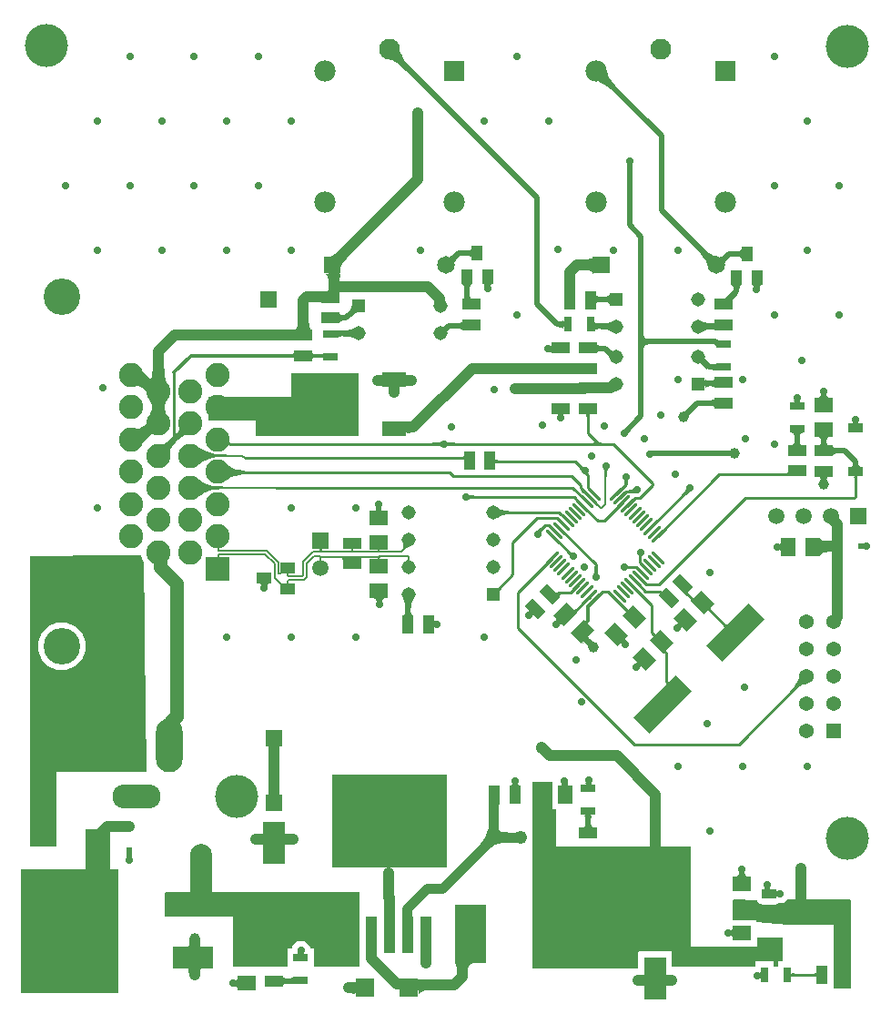
<source format=gbr>
%TF.GenerationSoftware,Altium Limited,Altium Designer,21.8.1 (53)*%
G04 Layer_Physical_Order=1*
G04 Layer_Color=255*
%FSLAX45Y45*%
%MOMM*%
%TF.SameCoordinates,385564F4-8892-4696-B1AD-25C4AC7C7797*%
%TF.FilePolarity,Positive*%
%TF.FileFunction,Copper,L1,Top,Signal*%
%TF.Part,Single*%
G01*
G75*
%TA.AperFunction,ConnectorPad*%
%ADD10R,1.00000X1.70000*%
%TA.AperFunction,SMDPad,CuDef*%
%ADD11R,1.52400X1.52400*%
G04:AMPARAMS|DCode=12|XSize=0.28mm|YSize=1.56mm|CornerRadius=0.07mm|HoleSize=0mm|Usage=FLASHONLY|Rotation=225.000|XOffset=0mm|YOffset=0mm|HoleType=Round|Shape=RoundedRectangle|*
%AMROUNDEDRECTD12*
21,1,0.28000,1.42000,0,0,225.0*
21,1,0.14000,1.56000,0,0,225.0*
1,1,0.14000,-0.55154,0.45255*
1,1,0.14000,-0.45255,0.55154*
1,1,0.14000,0.55154,-0.45255*
1,1,0.14000,0.45255,-0.55154*
%
%ADD12ROUNDEDRECTD12*%
G04:AMPARAMS|DCode=13|XSize=0.28mm|YSize=1.56mm|CornerRadius=0.07mm|HoleSize=0mm|Usage=FLASHONLY|Rotation=135.000|XOffset=0mm|YOffset=0mm|HoleType=Round|Shape=RoundedRectangle|*
%AMROUNDEDRECTD13*
21,1,0.28000,1.42000,0,0,135.0*
21,1,0.14000,1.56000,0,0,135.0*
1,1,0.14000,0.45255,0.55154*
1,1,0.14000,0.55154,0.45255*
1,1,0.14000,-0.45255,-0.55154*
1,1,0.14000,-0.55154,-0.45255*
%
%ADD13ROUNDEDRECTD13*%
G04:AMPARAMS|DCode=14|XSize=5.6mm|YSize=2.1mm|CornerRadius=0mm|HoleSize=0mm|Usage=FLASHONLY|Rotation=225.000|XOffset=0mm|YOffset=0mm|HoleType=Round|Shape=Rectangle|*
%AMROTATEDRECTD14*
4,1,4,1.23744,2.72236,2.72236,1.23744,-1.23744,-2.72236,-2.72236,-1.23744,1.23744,2.72236,0.0*
%
%ADD14ROTATEDRECTD14*%

%ADD15R,2.89560X5.41020*%
%ADD16R,10.70000X8.60000*%
%ADD17R,1.00000X3.40000*%
%ADD18R,0.60000X0.60000*%
%ADD19R,1.40000X0.95000*%
%ADD20R,0.60000X0.60000*%
%ADD21R,1.40000X1.00000*%
%ADD22R,1.00000X1.40000*%
%ADD23R,1.70000X1.00000*%
%ADD24R,1.44780X0.76200*%
%ADD25R,0.76200X1.44780*%
%ADD26R,1.00000X1.70000*%
%ADD27R,1.70000X1.40000*%
G04:AMPARAMS|DCode=28|XSize=1.4mm|YSize=1.7mm|CornerRadius=0mm|HoleSize=0mm|Usage=FLASHONLY|Rotation=135.000|XOffset=0mm|YOffset=0mm|HoleType=Round|Shape=Rectangle|*
%AMROTATEDRECTD28*
4,1,4,1.09602,0.10607,-0.10607,-1.09602,-1.09602,-0.10607,0.10607,1.09602,1.09602,0.10607,0.0*
%
%ADD28ROTATEDRECTD28*%

G04:AMPARAMS|DCode=29|XSize=1mm|YSize=1.7mm|CornerRadius=0mm|HoleSize=0mm|Usage=FLASHONLY|Rotation=45.000|XOffset=0mm|YOffset=0mm|HoleType=Round|Shape=Rectangle|*
%AMROTATEDRECTD29*
4,1,4,0.24749,-0.95460,-0.95460,0.24749,-0.24749,0.95460,0.95460,-0.24749,0.24749,-0.95460,0.0*
%
%ADD29ROTATEDRECTD29*%

G04:AMPARAMS|DCode=30|XSize=1.4mm|YSize=1.7mm|CornerRadius=0mm|HoleSize=0mm|Usage=FLASHONLY|Rotation=225.000|XOffset=0mm|YOffset=0mm|HoleType=Round|Shape=Rectangle|*
%AMROTATEDRECTD30*
4,1,4,-0.10607,1.09602,1.09602,-0.10607,0.10607,-1.09602,-1.09602,0.10607,-0.10607,1.09602,0.0*
%
%ADD30ROTATEDRECTD30*%

G04:AMPARAMS|DCode=31|XSize=0.93mm|YSize=1.31mm|CornerRadius=0.06975mm|HoleSize=0mm|Usage=FLASHONLY|Rotation=270.000|XOffset=0mm|YOffset=0mm|HoleType=Round|Shape=RoundedRectangle|*
%AMROUNDEDRECTD31*
21,1,0.93000,1.17050,0,0,270.0*
21,1,0.79050,1.31000,0,0,270.0*
1,1,0.13950,-0.58525,-0.39525*
1,1,0.13950,-0.58525,0.39525*
1,1,0.13950,0.58525,0.39525*
1,1,0.13950,0.58525,-0.39525*
%
%ADD31ROUNDEDRECTD31*%
G04:AMPARAMS|DCode=32|XSize=3.24mm|YSize=1.31mm|CornerRadius=0.09825mm|HoleSize=0mm|Usage=FLASHONLY|Rotation=270.000|XOffset=0mm|YOffset=0mm|HoleType=Round|Shape=RoundedRectangle|*
%AMROUNDEDRECTD32*
21,1,3.24000,1.11350,0,0,270.0*
21,1,3.04350,1.31000,0,0,270.0*
1,1,0.19650,-0.55675,-1.52175*
1,1,0.19650,-0.55675,1.52175*
1,1,0.19650,0.55675,1.52175*
1,1,0.19650,0.55675,-1.52175*
%
%ADD32ROUNDEDRECTD32*%
%ADD33R,1.40000X1.70000*%
%ADD34R,2.29000X1.40000*%
%ADD35R,6.18000X5.69000*%
%TA.AperFunction,ConnectorPad*%
%ADD36R,1.70000X1.00000*%
%TA.AperFunction,SMDPad,CuDef*%
%ADD37R,3.81000X2.08000*%
%ADD38R,8.89000X11.43000*%
%ADD39R,1.80000X1.70000*%
%ADD40R,2.00000X4.00000*%
%TA.AperFunction,Conductor*%
%ADD41C,0.50000*%
%ADD42C,1.00000*%
%ADD43C,0.25000*%
%ADD44C,0.30000*%
%ADD45C,0.90000*%
%ADD46C,0.20000*%
%ADD47C,0.15000*%
%ADD48C,1.30000*%
%ADD49C,2.00000*%
%TA.AperFunction,NonConductor*%
%ADD50R,1.00000X5.08000*%
%TA.AperFunction,ComponentPad*%
%ADD51C,1.30800*%
%ADD52R,1.30800X1.30800*%
%ADD53C,1.50000*%
%ADD54R,1.50000X1.50000*%
%ADD55C,1.37000*%
%ADD56R,1.37000X1.37000*%
%ADD57C,1.65000*%
%ADD58R,1.65000X1.65000*%
%ADD59R,1.98000X1.98000*%
%ADD60C,1.93500*%
%ADD61C,1.98000*%
%ADD62R,2.25000X2.25000*%
%ADD63C,2.25000*%
%ADD64C,3.40000*%
%ADD65R,1.50000X1.50000*%
%ADD66C,1.35000*%
%ADD67R,1.65000X1.65000*%
%ADD68R,1.21800X1.21800*%
%ADD69C,1.21800*%
%ADD70O,2.50000X5.00000*%
%ADD71O,4.50000X2.25000*%
%ADD72O,2.25000X4.50000*%
%TA.AperFunction,WasherPad*%
%ADD73C,4.00000*%
%TA.AperFunction,ViaPad*%
%ADD74C,0.70000*%
%ADD75C,1.00000*%
%ADD76C,2.00000*%
G36*
X3572802Y8915911D02*
X3576330Y8901184D01*
X3582326Y8885307D01*
X3590791Y8868278D01*
X3601724Y8850100D01*
X3615124Y8830771D01*
X3630993Y8810290D01*
X3670135Y8765879D01*
X3693408Y8741947D01*
X3656505Y8708140D01*
X3632168Y8731906D01*
X3567214Y8788304D01*
X3548249Y8802136D01*
X3530626Y8813485D01*
X3514347Y8822349D01*
X3499410Y8828730D01*
X3485817Y8832627D01*
X3473567Y8834040D01*
X3571741Y8929488D01*
X3572802Y8915911D01*
D02*
G37*
G36*
X5500311Y8717466D02*
X5504110Y8702838D01*
X5510434Y8686957D01*
X5519286Y8669823D01*
X5530665Y8651437D01*
X5544570Y8631798D01*
X5579961Y8588762D01*
X5601447Y8565365D01*
X5625460Y8540716D01*
X5590104Y8505360D01*
X5565455Y8529373D01*
X5499022Y8586250D01*
X5479383Y8600155D01*
X5460997Y8611534D01*
X5443863Y8620386D01*
X5427982Y8626710D01*
X5413354Y8630509D01*
X5399978Y8631780D01*
X5499040Y8730842D01*
X5500311Y8717466D01*
D02*
G37*
G36*
X4136376Y7016362D02*
X4125832Y7005647D01*
X4095546Y6971240D01*
X4090947Y6964752D01*
X4087537Y6959110D01*
X4085316Y6954313D01*
X4084284Y6950362D01*
X4084441Y6947256D01*
X4033524Y7002412D01*
X4036591Y7002024D01*
X4040477Y7002817D01*
X4045181Y7004793D01*
X4050704Y7007950D01*
X4057044Y7012290D01*
X4064203Y7017811D01*
X4080976Y7032400D01*
X4101020Y7051718D01*
X4136376Y7016362D01*
D02*
G37*
G36*
X3097906Y7007195D02*
X3078076Y6986662D01*
X3046903Y6949856D01*
X3035559Y6933583D01*
X3027043Y6918731D01*
X3021355Y6905299D01*
X3018496Y6893287D01*
X3018466Y6882696D01*
X3021264Y6873524D01*
X3026890Y6865774D01*
X2885774Y7006890D01*
X2893524Y7001264D01*
X2902695Y6998466D01*
X2913287Y6998497D01*
X2925298Y7001356D01*
X2938730Y7007043D01*
X2953583Y7015559D01*
X2969855Y7026903D01*
X2987548Y7041076D01*
X3027195Y7077906D01*
X3097906Y7007195D01*
D02*
G37*
G36*
X6650572Y7008742D02*
X6639367Y6997382D01*
X6601612Y6954205D01*
X6597716Y6948295D01*
X6595038Y6943293D01*
X6593579Y6939199D01*
X6593338Y6936015D01*
X6549430Y6998303D01*
X6552461Y6997536D01*
X6556281Y6997956D01*
X6560889Y6999565D01*
X6566285Y7002362D01*
X6572469Y7006348D01*
X6579442Y7011521D01*
X6595753Y7025433D01*
X6615217Y7044098D01*
X6650572Y7008742D01*
D02*
G37*
G36*
X4243210Y6984040D02*
X4242707Y6988790D01*
X4241198Y6993040D01*
X4238682Y6996790D01*
X4235161Y7000040D01*
X4230634Y7002790D01*
X4225100Y7005040D01*
X4218561Y7006790D01*
X4211015Y7008040D01*
X4202463Y7008790D01*
X4192905Y7009040D01*
Y7059040D01*
X4202463Y7059290D01*
X4211015Y7060040D01*
X4218561Y7061290D01*
X4225100Y7063040D01*
X4230634Y7065290D01*
X4235161Y7068040D01*
X4238682Y7071290D01*
X4241198Y7075040D01*
X4242707Y7079290D01*
X4243210Y7084040D01*
Y6984040D01*
D02*
G37*
G36*
X6750190Y6976420D02*
X6749687Y6981170D01*
X6748178Y6985420D01*
X6745662Y6989170D01*
X6742141Y6992420D01*
X6737614Y6995170D01*
X6732080Y6997420D01*
X6725541Y6999170D01*
X6717995Y7000420D01*
X6709443Y7001170D01*
X6699885Y7001420D01*
Y7051420D01*
X6709443Y7051670D01*
X6717995Y7052420D01*
X6725541Y7053670D01*
X6732080Y7055420D01*
X6737614Y7057670D01*
X6742141Y7060420D01*
X6745662Y7063670D01*
X6748178Y7067420D01*
X6749687Y7071670D01*
X6750190Y7076420D01*
Y6976420D01*
D02*
G37*
G36*
X6377869Y7094535D02*
X6433289Y7046194D01*
X6449355Y7034376D01*
X6464217Y7024705D01*
X6477875Y7017183D01*
X6490330Y7011807D01*
X6501581Y7008580D01*
X6511628Y7007500D01*
X6429076Y6924949D01*
X6427997Y6934996D01*
X6424769Y6946247D01*
X6419394Y6958701D01*
X6411871Y6972360D01*
X6402201Y6987222D01*
X6390382Y7003287D01*
X6360303Y7039031D01*
X6321633Y7079589D01*
X6356988Y7114944D01*
X6377869Y7094535D01*
D02*
G37*
G36*
X5369381Y6842805D02*
X5368381Y6848922D01*
X5365381Y6854395D01*
X5360381Y6859225D01*
X5353381Y6863410D01*
X5344381Y6866951D01*
X5333381Y6869849D01*
X5320381Y6872103D01*
X5305381Y6873712D01*
X5269381Y6875000D01*
Y6975001D01*
X5288381Y6975322D01*
X5320381Y6977898D01*
X5333381Y6980152D01*
X5344381Y6983049D01*
X5353381Y6986591D01*
X5360381Y6990776D01*
X5365381Y6995605D01*
X5368381Y7001078D01*
X5369381Y7007196D01*
Y6842805D01*
D02*
G37*
G36*
X4422810Y6743963D02*
X4420560Y6742816D01*
X4418575Y6740904D01*
X4416855Y6738227D01*
X4415399Y6734786D01*
X4414208Y6730580D01*
X4413281Y6725610D01*
X4412619Y6719875D01*
X4412222Y6713375D01*
X4412090Y6706110D01*
X4362090D01*
X4361958Y6713375D01*
X4360899Y6725610D01*
X4359972Y6730580D01*
X4358781Y6734786D01*
X4357326Y6738227D01*
X4355605Y6740904D01*
X4353620Y6742816D01*
X4351370Y6743963D01*
X4348855Y6744345D01*
X4425325D01*
X4422810Y6743963D01*
D02*
G37*
G36*
X6929549Y6736330D02*
X6927083Y6735145D01*
X6924907Y6733169D01*
X6923022Y6730404D01*
X6921426Y6726849D01*
X6920121Y6722503D01*
X6919106Y6717368D01*
X6918380Y6711442D01*
X6917945Y6704726D01*
X6917800Y6697220D01*
X6867800D01*
X6867655Y6704726D01*
X6866495Y6717368D01*
X6865479Y6722503D01*
X6864174Y6726849D01*
X6862578Y6730404D01*
X6860693Y6733169D01*
X6858517Y6735145D01*
X6856051Y6736330D01*
X6853295Y6736725D01*
X6932305D01*
X6929549Y6736330D01*
D02*
G37*
G36*
X4242603Y6743845D02*
X4238405Y6742345D01*
X4234700Y6739845D01*
X4231490Y6736345D01*
X4228774Y6731845D01*
X4226551Y6726345D01*
X4224822Y6719845D01*
X4223588Y6712345D01*
X4222847Y6703845D01*
X4222600Y6694345D01*
X4172600D01*
X4172353Y6703845D01*
X4171612Y6712345D01*
X4170377Y6719845D01*
X4168649Y6726345D01*
X4166426Y6731845D01*
X4163710Y6736345D01*
X4160499Y6739845D01*
X4156795Y6742345D01*
X4152597Y6743845D01*
X4147905Y6744345D01*
X4247295D01*
X4242603Y6743845D01*
D02*
G37*
G36*
X6749583Y6736225D02*
X6745385Y6734725D01*
X6741680Y6732225D01*
X6738470Y6728725D01*
X6735754Y6724225D01*
X6733531Y6718725D01*
X6731802Y6712225D01*
X6730568Y6704725D01*
X6729827Y6696225D01*
X6729580Y6686725D01*
X6679580D01*
X6679333Y6696225D01*
X6678592Y6704725D01*
X6677357Y6712225D01*
X6675629Y6718725D01*
X6673406Y6724225D01*
X6670690Y6728725D01*
X6667479Y6732225D01*
X6663775Y6734725D01*
X6659577Y6736225D01*
X6654885Y6736725D01*
X6754275D01*
X6749583Y6736225D01*
D02*
G37*
G36*
X3024240Y6841831D02*
X3021595Y6838910D01*
X3019262Y6834042D01*
X3017240Y6827227D01*
X3015529Y6818464D01*
X3014129Y6807753D01*
X3012262Y6780491D01*
X3011640Y6745440D01*
X3009993D01*
X3009695Y6669695D01*
X2882615Y6669391D01*
X2887818Y6670179D01*
X2892473Y6672519D01*
X2896581Y6676410D01*
X2900141Y6681853D01*
X2903153Y6688846D01*
X2905618Y6697390D01*
X2907535Y6707486D01*
X2908904Y6719133D01*
X2909726Y6732331D01*
X2910000Y6747080D01*
X2911598D01*
X2911166Y6763939D01*
X2909745Y6780491D01*
X2907377Y6795096D01*
X2904062Y6807753D01*
X2899799Y6818464D01*
X2894589Y6827227D01*
X2888431Y6834042D01*
X2881326Y6838910D01*
X2873274Y6841831D01*
X2864275Y6842805D01*
X3027195D01*
X3024240Y6841831D01*
D02*
G37*
G36*
X4222850Y6646912D02*
X4223600Y6638371D01*
X4224850Y6630833D01*
X4226600Y6624298D01*
X4228850Y6618766D01*
X4231600Y6614237D01*
X4234850Y6610711D01*
X4238600Y6608188D01*
X4242850Y6606668D01*
X4247600Y6606150D01*
X4152025Y6606455D01*
X4155934Y6606955D01*
X4159432Y6608455D01*
X4162518Y6610955D01*
X4165193Y6614455D01*
X4167456Y6618955D01*
X4169308Y6624455D01*
X4170748Y6630955D01*
X4171777Y6638455D01*
X4172394Y6646955D01*
X4172600Y6656455D01*
X4222600D01*
X4222850Y6646912D01*
D02*
G37*
G36*
X6706490Y6641455D02*
X6694992Y6629607D01*
X6677284Y6609094D01*
X6671074Y6600431D01*
X6666626Y6592829D01*
X6663942Y6586289D01*
X6663020Y6580810D01*
X6663860Y6576393D01*
X6666464Y6573038D01*
X6670830Y6570745D01*
X6565424Y6606150D01*
X6570854Y6604920D01*
X6576649Y6604757D01*
X6582808Y6605658D01*
X6589332Y6607626D01*
X6596220Y6610659D01*
X6603474Y6614758D01*
X6611092Y6619922D01*
X6619075Y6626153D01*
X6627423Y6633449D01*
X6636135Y6641810D01*
X6706490Y6641455D01*
D02*
G37*
G36*
X5522181Y6556000D02*
X5521679Y6560750D01*
X5520169Y6565000D01*
X5517654Y6568750D01*
X5514133Y6572000D01*
X5509605Y6574750D01*
X5504072Y6577000D01*
X5497532Y6578750D01*
X5489986Y6580000D01*
X5481435Y6580750D01*
X5471877Y6581000D01*
Y6631000D01*
X5481435Y6631250D01*
X5489986Y6632000D01*
X5497532Y6633250D01*
X5504072Y6635000D01*
X5509605Y6637250D01*
X5514133Y6640000D01*
X5517654Y6643250D01*
X5520169Y6647000D01*
X5521679Y6651250D01*
X5522181Y6656000D01*
Y6556000D01*
D02*
G37*
G36*
X5394033Y6651250D02*
X5395542Y6647000D01*
X5398058Y6643250D01*
X5401579Y6640000D01*
X5406107Y6637250D01*
X5411640Y6635000D01*
X5418180Y6633250D01*
X5425725Y6632000D01*
X5434277Y6631250D01*
X5443835Y6631000D01*
Y6581000D01*
X5434277Y6580750D01*
X5425725Y6580000D01*
X5418180Y6578750D01*
X5411640Y6577000D01*
X5406107Y6574750D01*
X5401579Y6572000D01*
X5398058Y6568750D01*
X5395542Y6565000D01*
X5394033Y6560750D01*
X5393530Y6556000D01*
Y6656000D01*
X5394033Y6651250D01*
D02*
G37*
G36*
X3191215Y6478205D02*
X3187326Y6481034D01*
X3182730Y6482448D01*
X3177426D01*
X3171416Y6481034D01*
X3164699Y6478205D01*
X3157274Y6473962D01*
X3149142Y6468306D01*
X3140304Y6461234D01*
X3120505Y6442850D01*
X3085149Y6478205D01*
X3095049Y6488458D01*
X3110605Y6506843D01*
X3116262Y6514975D01*
X3120505Y6522399D01*
X3123333Y6529116D01*
X3124747Y6535127D01*
Y6540430D01*
X3123333Y6545027D01*
X3120505Y6548916D01*
X3191215Y6478205D01*
D02*
G37*
G36*
X3010195Y6475288D02*
X3011695Y6471345D01*
X3014195Y6467866D01*
X3017695Y6464850D01*
X3022195Y6462299D01*
X3027695Y6460211D01*
X3034195Y6458588D01*
X3041695Y6457428D01*
X3050195Y6456732D01*
X3059695Y6456500D01*
Y6406500D01*
X3050195Y6406250D01*
X3041695Y6405500D01*
X3034195Y6404250D01*
X3027695Y6402500D01*
X3022195Y6400250D01*
X3017695Y6397500D01*
X3014195Y6394250D01*
X3011695Y6390500D01*
X3010195Y6386250D01*
X3009695Y6381500D01*
Y6479695D01*
X3010195Y6475288D01*
D02*
G37*
G36*
X6501963Y6377811D02*
X6516486Y6377213D01*
X6540205Y6377000D01*
Y6327000D01*
X6516486Y6326787D01*
X6501776Y6325778D01*
X6501745Y6317065D01*
X6501245Y6318953D01*
X6499745Y6320642D01*
X6497245Y6322132D01*
X6493745Y6323423D01*
X6489245Y6324516D01*
X6487508Y6324799D01*
X6442092Y6321682D01*
X6428615Y6319342D01*
X6417186Y6316576D01*
X6407805Y6313385D01*
X6400472Y6309768D01*
X6395188Y6305727D01*
Y6398274D01*
X6400472Y6394232D01*
X6407805Y6390615D01*
X6417186Y6387424D01*
X6428615Y6384659D01*
X6442092Y6382319D01*
X6475192Y6378915D01*
X6475311Y6378910D01*
X6477362Y6379250D01*
X6483897Y6381000D01*
X6489428Y6383250D01*
X6493958Y6386000D01*
X6497484Y6389250D01*
X6500009Y6393000D01*
X6501530Y6397250D01*
X6502049Y6402000D01*
X6501963Y6377811D01*
D02*
G37*
G36*
X5095850Y6320320D02*
X5095347Y6325070D01*
X5093837Y6329320D01*
X5091322Y6333070D01*
X5087801Y6336320D01*
X5083274Y6339070D01*
X5077740Y6341320D01*
X5071200Y6343070D01*
X5063655Y6344320D01*
X5055103Y6345070D01*
X5045545Y6345320D01*
Y6395320D01*
X5055103Y6395570D01*
X5063655Y6396320D01*
X5071200Y6397570D01*
X5077740Y6399320D01*
X5083274Y6401570D01*
X5087801Y6404320D01*
X5091322Y6407570D01*
X5093837Y6411320D01*
X5095347Y6415570D01*
X5095850Y6420320D01*
Y6320320D01*
D02*
G37*
G36*
X2725347Y6400695D02*
X2728122Y6368695D01*
X2730551Y6355695D01*
X2733673Y6344695D01*
X2737490Y6335695D01*
X2742000Y6328695D01*
X2747205Y6323695D01*
X2753103Y6320695D01*
X2759695Y6319695D01*
X2590305D01*
X2596897Y6320695D01*
X2602795Y6323695D01*
X2607999Y6328695D01*
X2612509Y6335695D01*
X2616326Y6344695D01*
X2619448Y6355695D01*
X2621877Y6368695D01*
X2623612Y6383695D01*
X2624653Y6400695D01*
X2625000Y6419695D01*
X2725000D01*
X2725347Y6400695D01*
D02*
G37*
G36*
X4152025Y6317065D02*
X4151525Y6320020D01*
X4150025Y6322665D01*
X4147525Y6324998D01*
X4144025Y6327020D01*
X4139525Y6328731D01*
X4134025Y6330131D01*
X4127525Y6331220D01*
X4120025Y6331998D01*
X4102025Y6332620D01*
Y6382620D01*
X4111568Y6382870D01*
X4120108Y6383620D01*
X4127645Y6384870D01*
X4134180Y6386620D01*
X4139712Y6388870D01*
X4144241Y6391620D01*
X4147767Y6394870D01*
X4150291Y6398620D01*
X4151812Y6402870D01*
X4152330Y6407620D01*
X4152025Y6317065D01*
D02*
G37*
G36*
X3140301Y6242128D02*
X3135417Y6245617D01*
X3128413Y6248739D01*
X3119291Y6251493D01*
X3108048Y6253880D01*
X3094687Y6255900D01*
X3061605Y6258838D01*
X3032200Y6259877D01*
X3021585Y6258996D01*
X3015085Y6257833D01*
X3009585Y6256339D01*
X3005085Y6254512D01*
X3001585Y6252354D01*
X2999085Y6249863D01*
X2997585Y6247040D01*
X2997085Y6243885D01*
Y6260483D01*
X2996087Y6260490D01*
X2992927Y6310490D01*
X2997085Y6310533D01*
Y6319475D01*
X2997585Y6317768D01*
X2999085Y6316241D01*
X3001585Y6314893D01*
X3005085Y6313725D01*
X3009585Y6312736D01*
X3015085Y6311928D01*
X3023440Y6311284D01*
X3090457Y6316537D01*
X3104025Y6319197D01*
X3115614Y6322341D01*
X3125223Y6325970D01*
X3132852Y6330081D01*
X3138502Y6334677D01*
X3140301Y6242128D01*
D02*
G37*
G36*
X5384693Y6398790D02*
X5386203Y6394540D01*
X5388718Y6390790D01*
X5392239Y6387540D01*
X5396766Y6384790D01*
X5402300Y6382540D01*
X5408840Y6380790D01*
X5416385Y6379540D01*
X5423254Y6378937D01*
X5494720Y6383564D01*
X5508154Y6385775D01*
X5519511Y6388388D01*
X5528792Y6391402D01*
X5535995Y6394819D01*
X5541122Y6398637D01*
X5540396Y6306089D01*
X5534959Y6310355D01*
X5527503Y6314172D01*
X5518027Y6317539D01*
X5506529Y6320458D01*
X5493013Y6322927D01*
X5459918Y6326519D01*
X5423073Y6328127D01*
X5416385Y6327540D01*
X5408840Y6326290D01*
X5402300Y6324540D01*
X5396766Y6322290D01*
X5392239Y6319540D01*
X5388718Y6316290D01*
X5386203Y6312540D01*
X5384693Y6308290D01*
X5384190Y6303540D01*
Y6403540D01*
X5384693Y6398790D01*
D02*
G37*
G36*
X5839560Y6275800D02*
X5841060Y6267300D01*
X5843560Y6259800D01*
X5847060Y6253300D01*
X5851560Y6247800D01*
X5857060Y6243300D01*
X5863560Y6239800D01*
X5871060Y6237300D01*
X5879560Y6235800D01*
X5889060Y6235300D01*
Y6185300D01*
X5879560Y6184800D01*
X5871060Y6183300D01*
X5863560Y6180800D01*
X5857060Y6177300D01*
X5851560Y6172800D01*
X5847060Y6167300D01*
X5843560Y6160800D01*
X5841060Y6153300D01*
X5839560Y6144800D01*
X5839060Y6135300D01*
X5789060Y6210300D01*
X5839060Y6285300D01*
X5839560Y6275800D01*
D02*
G37*
G36*
X4985305Y6106875D02*
X4984956Y6108746D01*
X4983911Y6110419D01*
X4982169Y6111896D01*
X4979730Y6113176D01*
X4976594Y6114259D01*
X4972761Y6115145D01*
X4968231Y6115834D01*
X4963004Y6116326D01*
X4950460Y6116720D01*
Y6166720D01*
X4957081Y6166819D01*
X4968231Y6167606D01*
X4972761Y6168295D01*
X4976594Y6169181D01*
X4979730Y6170264D01*
X4982169Y6171544D01*
X4983911Y6173021D01*
X4984956Y6174694D01*
X4985305Y6176565D01*
Y6106875D01*
D02*
G37*
G36*
X5404908Y6192510D02*
X5406428Y6188260D01*
X5408951Y6184510D01*
X5412477Y6181260D01*
X5417006Y6178510D01*
X5422538Y6176260D01*
X5429073Y6174510D01*
X5436611Y6173260D01*
X5445151Y6172510D01*
X5454695Y6172260D01*
Y6122260D01*
X5445195Y6122064D01*
X5429195Y6120495D01*
X5422695Y6119122D01*
X5417195Y6117356D01*
X5412695Y6115199D01*
X5409195Y6112649D01*
X5406695Y6109706D01*
X5405195Y6106372D01*
X5404695Y6102645D01*
X5404390Y6197260D01*
X5404908Y6192510D01*
D02*
G37*
G36*
X5510968Y6156185D02*
X5539142Y6131411D01*
X5544334Y6127777D01*
X5548786Y6125166D01*
X5552498Y6123580D01*
X5555469Y6123017D01*
X5557700Y6123478D01*
X5522601Y6065807D01*
X5522048Y6067859D01*
X5520376Y6070873D01*
X5517586Y6074847D01*
X5513676Y6079783D01*
X5495233Y6100357D01*
X5466718Y6129582D01*
X5502073Y6164938D01*
X5510968Y6156185D01*
D02*
G37*
G36*
X2590305Y6050760D02*
X2590005Y6053610D01*
X2589105Y6056160D01*
X2587605Y6058410D01*
X2585505Y6060360D01*
X2582805Y6062010D01*
X2579505Y6063360D01*
X2575605Y6064410D01*
X2571105Y6065160D01*
X2566005Y6065610D01*
X2560305Y6065760D01*
Y6095760D01*
X2566005Y6095910D01*
X2571105Y6096360D01*
X2575605Y6097110D01*
X2579505Y6098160D01*
X2582805Y6099510D01*
X2585505Y6101160D01*
X2587605Y6103110D01*
X2589105Y6105360D01*
X2590005Y6107910D01*
X2590305Y6110760D01*
Y6050760D01*
D02*
G37*
G36*
X2852915Y6050000D02*
X2852615Y6052850D01*
X2851715Y6055400D01*
X2850215Y6057650D01*
X2848114Y6059600D01*
X2845415Y6061250D01*
X2842114Y6062600D01*
X2838215Y6063650D01*
X2833715Y6064400D01*
X2828615Y6064850D01*
X2822915Y6065000D01*
Y6095000D01*
X2828615Y6095111D01*
X2838215Y6096000D01*
X2842114Y6096779D01*
X2845415Y6097779D01*
X2848114Y6099002D01*
X2850215Y6100447D01*
X2851715Y6102114D01*
X2852615Y6104003D01*
X2852915Y6106115D01*
Y6050000D01*
D02*
G37*
G36*
X2759693Y6107150D02*
X2760602Y6104600D01*
X2762117Y6102350D01*
X2764239Y6100400D01*
X2766966Y6098750D01*
X2770300Y6097400D01*
X2774239Y6096350D01*
X2778785Y6095600D01*
X2783937Y6095150D01*
X2789695Y6095000D01*
Y6065000D01*
X2783937Y6064850D01*
X2778785Y6064400D01*
X2774239Y6063650D01*
X2770300Y6062600D01*
X2766966Y6061250D01*
X2764239Y6059600D01*
X2762117Y6057650D01*
X2760602Y6055400D01*
X2759693Y6052850D01*
X2759390Y6050000D01*
Y6110000D01*
X2759693Y6107150D01*
D02*
G37*
G36*
X6413949Y6048982D02*
X6415110Y6045743D01*
X6417340Y6041679D01*
X6420640Y6036790D01*
X6425008Y6031077D01*
X6436954Y6017175D01*
X6462891Y5990138D01*
X6427536Y5954783D01*
X6417870Y5964321D01*
X6381607Y5996086D01*
X6376769Y5999254D01*
X6372735Y6001361D01*
X6369506Y6002406D01*
X6367081Y6002390D01*
X6413857Y6051397D01*
X6413949Y6048982D01*
D02*
G37*
G36*
X6514355Y5934665D02*
X6513854Y5937096D01*
X6512355Y5939271D01*
X6509854Y5941191D01*
X6506355Y5942854D01*
X6501854Y5944261D01*
X6496355Y5945413D01*
X6489854Y5946309D01*
X6473854Y5947332D01*
X6464355Y5947460D01*
Y5997460D01*
X6473854Y5997588D01*
X6496355Y5999507D01*
X6501854Y6000659D01*
X6506355Y6002066D01*
X6509854Y6003730D01*
X6512355Y6005649D01*
X6513854Y6007824D01*
X6514355Y6010255D01*
Y5934665D01*
D02*
G37*
G36*
X1375880Y6075337D02*
X1376169Y6033829D01*
X1386293Y5882634D01*
X1390054Y5863664D01*
X1394393Y5848450D01*
X1399310Y5836993D01*
X1404806Y5829292D01*
X1282694Y5829610D01*
X1326530Y5785355D01*
X1291175Y5750000D01*
X1375000D01*
X1375338Y5714048D01*
X1378123Y5674906D01*
X1408769D01*
X1402353Y5665877D01*
X1396612Y5653856D01*
X1391547Y5638843D01*
X1387157Y5620840D01*
X1383469Y5600000D01*
X1387157Y5579160D01*
X1391547Y5561157D01*
X1396612Y5546144D01*
X1402353Y5534123D01*
X1408769Y5525094D01*
X1377018D01*
X1375338Y5485952D01*
X1375000Y5450000D01*
X1291175D01*
X1326530Y5414645D01*
X1183228Y5269291D01*
X1123370Y5401570D01*
X1130628Y5399583D01*
X1139217Y5399898D01*
X1149136Y5402518D01*
X1160386Y5407441D01*
X1172965Y5414667D01*
X1186875Y5424197D01*
X1202116Y5436032D01*
X1236588Y5466610D01*
X1255820Y5485355D01*
X1274846Y5466329D01*
X1274662Y5485952D01*
X1271877Y5525094D01*
X1241231D01*
X1247647Y5534123D01*
X1253388Y5546144D01*
X1258453Y5561157D01*
X1262843Y5579160D01*
X1266530Y5600000D01*
X1262843Y5620840D01*
X1258453Y5638843D01*
X1253388Y5653856D01*
X1247647Y5665877D01*
X1241231Y5674906D01*
X1272982D01*
X1274662Y5714048D01*
X1274846Y5733671D01*
X1255820Y5714645D01*
X1236588Y5733390D01*
X1186875Y5775802D01*
X1172965Y5785333D01*
X1160386Y5792559D01*
X1149136Y5797482D01*
X1139217Y5800102D01*
X1130629Y5800417D01*
X1123370Y5798429D01*
X1183228Y5930709D01*
X1184807Y5928740D01*
X1189220Y5923978D01*
X1258063Y5854477D01*
X1261047Y5864556D01*
X1264982Y5883620D01*
X1268312Y5906409D01*
X1273155Y5963157D01*
X1275880Y6076210D01*
X1375880Y6075337D01*
D02*
G37*
G36*
X6501745Y5781065D02*
X6501245Y5783930D01*
X6499745Y5786492D01*
X6497245Y5788753D01*
X6493745Y5790713D01*
X6489245Y5792371D01*
X6483745Y5793728D01*
X6477245Y5794783D01*
X6469745Y5795537D01*
X6457597Y5795944D01*
X6455537Y5795890D01*
X6446985Y5795140D01*
X6439439Y5793890D01*
X6432900Y5792140D01*
X6427366Y5789890D01*
X6422839Y5787140D01*
X6419318Y5783890D01*
X6416803Y5780140D01*
X6415293Y5775890D01*
X6414790Y5771140D01*
Y5871140D01*
X6415293Y5866390D01*
X6416803Y5862140D01*
X6419318Y5858390D01*
X6422839Y5855140D01*
X6427366Y5852390D01*
X6432900Y5850140D01*
X6439439Y5848390D01*
X6446985Y5847140D01*
X6455537Y5846390D01*
X6458400Y5846315D01*
X6461245Y5846390D01*
X6469745Y5847140D01*
X6477245Y5848390D01*
X6483745Y5850140D01*
X6489245Y5852390D01*
X6493745Y5855140D01*
X6497245Y5858390D01*
X6499745Y5862140D01*
X6501245Y5866390D01*
X6501745Y5871140D01*
Y5781065D01*
D02*
G37*
G36*
X7541110Y5731157D02*
X7541860Y5722605D01*
X7543110Y5715059D01*
X7544860Y5708520D01*
X7547110Y5702986D01*
X7549860Y5698459D01*
X7553110Y5694938D01*
X7556860Y5692422D01*
X7561110Y5690913D01*
X7565860Y5690410D01*
X7465860D01*
X7470610Y5690913D01*
X7474860Y5692422D01*
X7478610Y5694938D01*
X7481860Y5698459D01*
X7484610Y5702986D01*
X7486860Y5708520D01*
X7488610Y5715059D01*
X7489860Y5722605D01*
X7490610Y5731157D01*
X7490860Y5740715D01*
X7540860D01*
X7541110Y5731157D01*
D02*
G37*
G36*
X7292074Y5682245D02*
X7293146Y5669858D01*
X7294085Y5664826D01*
X7295291Y5660568D01*
X7296766Y5657084D01*
X7298508Y5654374D01*
X7300519Y5652439D01*
X7302798Y5651277D01*
X7305345Y5650890D01*
X7228535D01*
X7231082Y5651277D01*
X7233361Y5652439D01*
X7235372Y5654374D01*
X7237114Y5657084D01*
X7238589Y5660568D01*
X7239795Y5664826D01*
X7240734Y5669858D01*
X7241404Y5675665D01*
X7241806Y5682245D01*
X7241940Y5689600D01*
X7291940D01*
X7292074Y5682245D01*
D02*
G37*
G36*
X6501745Y5591065D02*
X6501245Y5595757D01*
X6499745Y5599955D01*
X6497245Y5603660D01*
X6493745Y5606870D01*
X6489245Y5609586D01*
X6483745Y5611809D01*
X6477245Y5613538D01*
X6469745Y5614772D01*
X6461245Y5615513D01*
X6451745Y5615760D01*
Y5665760D01*
X6461245Y5666007D01*
X6469745Y5666748D01*
X6477245Y5667983D01*
X6483745Y5669711D01*
X6489245Y5671934D01*
X6493745Y5674650D01*
X6497245Y5677861D01*
X6499745Y5681565D01*
X6501245Y5685763D01*
X6501745Y5690455D01*
Y5591065D01*
D02*
G37*
G36*
X5342625Y5537697D02*
X5340500Y5536938D01*
X5338625Y5535672D01*
X5337000Y5533901D01*
X5335625Y5531624D01*
X5334500Y5528840D01*
X5333625Y5525551D01*
X5333000Y5521755D01*
X5332625Y5517453D01*
X5332500Y5512645D01*
X5307500D01*
X5307375Y5517453D01*
X5307000Y5521755D01*
X5306375Y5525551D01*
X5305500Y5528840D01*
X5304375Y5531624D01*
X5303000Y5533901D01*
X5301375Y5535672D01*
X5299500Y5536938D01*
X5297375Y5537697D01*
X5295000Y5537950D01*
X5345000D01*
X5342625Y5537697D01*
D02*
G37*
G36*
X5082389Y5577604D02*
X5084525Y5548216D01*
X5085504Y5542900D01*
X5086661Y5538394D01*
X5086952Y5537590D01*
X5097300D01*
X5094450Y5537287D01*
X5091900Y5536378D01*
X5089650Y5534862D01*
X5088543Y5533658D01*
X5089509Y5531819D01*
X5091200Y5529749D01*
X5085943D01*
X5084700Y5526680D01*
X5083650Y5522740D01*
X5082900Y5518195D01*
X5082450Y5513043D01*
X5082300Y5507285D01*
X5052300D01*
X5052150Y5513043D01*
X5051700Y5518195D01*
X5050950Y5522740D01*
X5049900Y5526680D01*
X5048657Y5529749D01*
X5043400D01*
X5045091Y5531819D01*
X5046057Y5533658D01*
X5044950Y5534862D01*
X5042700Y5536378D01*
X5040150Y5537287D01*
X5037300Y5537590D01*
X5047648D01*
X5047939Y5538394D01*
X5049096Y5542900D01*
X5050075Y5548216D01*
X5051499Y5561286D01*
X5052211Y5577604D01*
X5052300Y5586980D01*
X5082300D01*
X5082389Y5577604D01*
D02*
G37*
G36*
X7838467Y5477309D02*
X7839572Y5460560D01*
X7840079Y5457868D01*
X7840677Y5455774D01*
X7841368Y5454279D01*
X7842151Y5453382D01*
X7843026Y5453082D01*
X7783816D01*
X7784691Y5453382D01*
X7785474Y5454279D01*
X7786165Y5455774D01*
X7786763Y5457868D01*
X7787270Y5460560D01*
X7787684Y5463850D01*
X7788237Y5472225D01*
X7788421Y5482992D01*
X7838421D01*
X7838467Y5477309D01*
D02*
G37*
G36*
X3633864Y5465889D02*
X3635871Y5465616D01*
X3639215Y5465374D01*
X3676005Y5464650D01*
X3700086Y5464586D01*
Y5364586D01*
X3687326Y5364417D01*
X3657101Y5361883D01*
X3649711Y5360363D01*
X3643662Y5358505D01*
X3638956Y5356309D01*
X3635592Y5353776D01*
X3633570Y5350904D01*
X3632890Y5347695D01*
X3633195Y5466195D01*
X3633864Y5465889D01*
D02*
G37*
G36*
X1585735Y5344575D02*
X1580807Y5345500D01*
X1575001Y5344931D01*
X1568319Y5342869D01*
X1560758Y5339313D01*
X1552320Y5334264D01*
X1543005Y5327721D01*
X1532812Y5319684D01*
X1509793Y5299130D01*
X1496968Y5286612D01*
X1483079Y5272330D01*
X1451347Y5234690D01*
X1444082Y5223880D01*
X1438473Y5213939D01*
X1434519Y5204865D01*
X1432222Y5196660D01*
X1431581Y5189324D01*
X1432595Y5182855D01*
X1357855Y5257596D01*
X1364323Y5256581D01*
X1371660Y5257222D01*
X1379865Y5259519D01*
X1388939Y5263473D01*
X1398880Y5269082D01*
X1409690Y5276347D01*
X1421368Y5285268D01*
X1447329Y5308079D01*
X1461612Y5321968D01*
X1474130Y5334793D01*
X1502721Y5368005D01*
X1509264Y5377320D01*
X1514313Y5385758D01*
X1517869Y5393319D01*
X1519931Y5400002D01*
X1520500Y5405807D01*
X1519574Y5410735D01*
X1585735Y5344575D01*
D02*
G37*
G36*
X3185160Y5328920D02*
X2230120D01*
Y5473700D01*
X1790700D01*
Y5699760D01*
X2562860D01*
Y5915764D01*
X3185160D01*
Y5328920D01*
D02*
G37*
G36*
X7312190Y5362047D02*
X7307940Y5360537D01*
X7304190Y5358022D01*
X7300940Y5354501D01*
X7298190Y5349974D01*
X7295940Y5344440D01*
X7294190Y5337900D01*
X7292940Y5330355D01*
X7292190Y5321803D01*
X7291940Y5312245D01*
X7241940D01*
X7241690Y5321803D01*
X7240940Y5330355D01*
X7239690Y5337900D01*
X7237940Y5344440D01*
X7235690Y5349974D01*
X7232940Y5354501D01*
X7229690Y5358022D01*
X7225940Y5360537D01*
X7221690Y5362047D01*
X7216940Y5362550D01*
X7316940D01*
X7312190Y5362047D01*
D02*
G37*
G36*
X7292190Y5290537D02*
X7292940Y5281985D01*
X7294190Y5274440D01*
X7295940Y5267900D01*
X7298190Y5262366D01*
X7300940Y5257839D01*
X7304190Y5254318D01*
X7307940Y5251803D01*
X7312190Y5250293D01*
X7316940Y5249790D01*
X7216940D01*
X7221690Y5250294D01*
X7225940Y5251803D01*
X7229690Y5254318D01*
X7232940Y5257839D01*
X7235690Y5262366D01*
X7237940Y5267900D01*
X7239690Y5274440D01*
X7240940Y5281985D01*
X7241690Y5290537D01*
X7241940Y5300095D01*
X7291940D01*
X7292190Y5290537D01*
D02*
G37*
G36*
X5411059Y5284619D02*
X5414814Y5281614D01*
X5418715Y5278962D01*
X5422764Y5276664D01*
X5426958Y5274719D01*
X5431299Y5273128D01*
X5435786Y5271891D01*
X5440420Y5271007D01*
X5445201Y5270477D01*
X5450127Y5270300D01*
X5419950Y5245300D01*
X5364772Y5270300D01*
X5369345Y5270477D01*
X5373065Y5271007D01*
X5375931Y5271891D01*
X5377944Y5273128D01*
X5379103Y5274719D01*
X5379408Y5276664D01*
X5378860Y5278962D01*
X5377458Y5281614D01*
X5375203Y5284619D01*
X5372095Y5287977D01*
X5407450D01*
X5411059Y5284619D01*
D02*
G37*
G36*
X7561110Y5322527D02*
X7556860Y5321018D01*
X7553110Y5318502D01*
X7549860Y5314981D01*
X7547110Y5310454D01*
X7544860Y5304920D01*
X7543110Y5298381D01*
X7541860Y5290835D01*
X7541249Y5283870D01*
X7541860Y5276905D01*
X7543110Y5269360D01*
X7544860Y5262820D01*
X7547110Y5257286D01*
X7549860Y5252759D01*
X7553110Y5249238D01*
X7556860Y5246723D01*
X7561110Y5245213D01*
X7565860Y5244710D01*
X7465860D01*
X7470610Y5245214D01*
X7474860Y5246723D01*
X7478610Y5249238D01*
X7481860Y5252759D01*
X7484610Y5257286D01*
X7486860Y5262820D01*
X7488610Y5269360D01*
X7489860Y5276905D01*
X7490471Y5283870D01*
X7489860Y5290835D01*
X7488610Y5298381D01*
X7486860Y5304920D01*
X7484610Y5310454D01*
X7481860Y5314981D01*
X7478610Y5318502D01*
X7474860Y5321018D01*
X7470610Y5322527D01*
X7465860Y5323030D01*
X7565860D01*
X7561110Y5322527D01*
D02*
G37*
G36*
X4007903Y5280234D02*
X4011961Y5278149D01*
X4017087Y5276309D01*
X4023281Y5274715D01*
X4030543Y5273366D01*
X4048271Y5271404D01*
X4070270Y5270423D01*
X4082872Y5270300D01*
Y5245300D01*
X4070270Y5245177D01*
X4030543Y5242234D01*
X4023281Y5240885D01*
X4017087Y5239291D01*
X4011961Y5237451D01*
X4007903Y5235366D01*
X4004913Y5233036D01*
Y5282564D01*
X4007903Y5280234D01*
D02*
G37*
G36*
X3955447Y5233036D02*
X3952457Y5235366D01*
X3948399Y5237451D01*
X3943273Y5239291D01*
X3937079Y5240885D01*
X3929817Y5242234D01*
X3912089Y5244196D01*
X3890090Y5245177D01*
X3877488Y5245300D01*
Y5270300D01*
X3890090Y5270423D01*
X3929817Y5273366D01*
X3937079Y5274715D01*
X3943273Y5276309D01*
X3948399Y5278149D01*
X3952457Y5280234D01*
X3955447Y5282564D01*
Y5233036D01*
D02*
G37*
G36*
X7601055Y5240323D02*
X7602555Y5236125D01*
X7605055Y5232421D01*
X7608555Y5229210D01*
X7613055Y5226494D01*
X7618555Y5224271D01*
X7625055Y5222543D01*
X7632555Y5221308D01*
X7641055Y5220567D01*
X7650555Y5220320D01*
Y5170320D01*
X7641055Y5170073D01*
X7632555Y5169332D01*
X7625055Y5168098D01*
X7618555Y5166369D01*
X7613055Y5164146D01*
X7608555Y5161430D01*
X7605055Y5158220D01*
X7602555Y5154515D01*
X7601055Y5150317D01*
X7600555Y5145625D01*
Y5245015D01*
X7601055Y5240323D01*
D02*
G37*
G36*
X4168530Y5103260D02*
X4168277Y5105635D01*
X4167517Y5107760D01*
X4166252Y5109635D01*
X4164481Y5111260D01*
X4162204Y5112635D01*
X4159420Y5113760D01*
X4156130Y5114635D01*
X4152335Y5115260D01*
X4148033Y5115635D01*
X4143225Y5115760D01*
Y5140760D01*
X4148033Y5140885D01*
X4152335Y5141260D01*
X4156130Y5141885D01*
X4159420Y5142760D01*
X4162204Y5143885D01*
X4164481Y5145260D01*
X4166252Y5146885D01*
X4167517Y5148760D01*
X4168277Y5150885D01*
X4168530Y5153260D01*
Y5103260D01*
D02*
G37*
G36*
X4457563Y5121627D02*
X4458323Y5119502D01*
X4459588Y5117627D01*
X4461359Y5116001D01*
X4463636Y5114627D01*
X4466420Y5113502D01*
X4469710Y5112627D01*
X4473505Y5112001D01*
X4477807Y5111627D01*
X4482615Y5111502D01*
Y5086501D01*
X4477807Y5086376D01*
X4473505Y5086002D01*
X4469710Y5085376D01*
X4466420Y5084502D01*
X4463636Y5083376D01*
X4461359Y5082002D01*
X4459588Y5080376D01*
X4458323Y5078501D01*
X4457563Y5076376D01*
X4457310Y5074002D01*
Y5124001D01*
X4457563Y5121627D01*
D02*
G37*
G36*
X1719619Y5216375D02*
X1737101Y5204543D01*
X1756948Y5194103D01*
X1779158Y5185055D01*
X1803731Y5177400D01*
X1830669Y5171136D01*
X1859970Y5166264D01*
X1891634Y5162784D01*
X1962054Y5160000D01*
Y5140000D01*
X1925663Y5139304D01*
X1859970Y5133736D01*
X1830669Y5128864D01*
X1803731Y5122600D01*
X1779158Y5114944D01*
X1756948Y5105896D01*
X1737101Y5095456D01*
X1719619Y5083625D01*
X1704500Y5070401D01*
Y5229599D01*
X1719619Y5216375D01*
D02*
G37*
G36*
X7838650Y5085705D02*
X7839336Y5077515D01*
X7840479Y5070289D01*
X7842081Y5064026D01*
X7844139Y5058726D01*
X7846655Y5054391D01*
X7849628Y5051018D01*
X7853059Y5048609D01*
X7856947Y5047164D01*
X7861293Y5046682D01*
X7765549D01*
X7769895Y5047164D01*
X7773783Y5048609D01*
X7777214Y5051018D01*
X7780187Y5054391D01*
X7782703Y5058726D01*
X7784761Y5064026D01*
X7786363Y5070289D01*
X7787506Y5077515D01*
X7788192Y5085705D01*
X7788421Y5094859D01*
X7838421D01*
X7838650Y5085705D01*
D02*
G37*
G36*
X5236759Y5079556D02*
X5260281Y5059367D01*
X5267168Y5054478D01*
X5273578Y5050511D01*
X5279512Y5047465D01*
X5284969Y5045339D01*
X5289949Y5044134D01*
X5294453Y5043850D01*
X5260935Y5007321D01*
X5260348Y5010280D01*
X5258821Y5013929D01*
X5256353Y5018269D01*
X5252945Y5023300D01*
X5248597Y5029021D01*
X5237079Y5042536D01*
X5212748Y5067990D01*
X5227966Y5088128D01*
X5236759Y5079556D01*
D02*
G37*
G36*
X7182245Y4960705D02*
X7181995Y4960647D01*
X7181245Y4960595D01*
X7169995Y4960427D01*
X7157245Y4960400D01*
Y4985400D01*
X7162034Y4985525D01*
X7166322Y4985900D01*
X7170107Y4986525D01*
X7173391Y4987400D01*
X7176172Y4988525D01*
X7178452Y4989900D01*
X7180229Y4991525D01*
X7181505Y4993400D01*
X7182278Y4995525D01*
X7182550Y4997900D01*
X7182245Y4960705D01*
D02*
G37*
G36*
X5515048Y5028724D02*
X5511505Y5024879D01*
X5508335Y5020138D01*
X5505537Y5014501D01*
X5503113Y5007967D01*
X5501062Y5000538D01*
X5499384Y4992212D01*
X5498078Y4982990D01*
X5496586Y4961858D01*
X5496400Y4949947D01*
X5476400Y4953015D01*
X5476291Y4965690D01*
X5473679Y5005581D01*
X5472482Y5012852D01*
X5471067Y5019042D01*
X5469434Y5024152D01*
X5467584Y5028181D01*
X5465516Y5031129D01*
X5515048Y5028724D01*
D02*
G37*
G36*
X7830124Y4980650D02*
X7829242Y4978303D01*
X7828463Y4975085D01*
X7827789Y4970994D01*
X7826751Y4960197D01*
X7826501Y4952901D01*
X7838421D01*
X7836046Y4952648D01*
X7833921Y4951889D01*
X7832046Y4950624D01*
X7830421Y4948853D01*
X7829046Y4946575D01*
X7827921Y4943792D01*
X7827046Y4940502D01*
X7826421Y4936706D01*
X7826046Y4932405D01*
X7825921Y4927597D01*
X7800921D01*
X7800796Y4932405D01*
X7800421Y4936706D01*
X7799796Y4940502D01*
X7798921Y4943792D01*
X7797796Y4946575D01*
X7796421Y4948853D01*
X7794796Y4950624D01*
X7792921Y4951889D01*
X7790796Y4952648D01*
X7788421Y4952901D01*
X7799847D01*
X7798379Y4975085D01*
X7797600Y4978303D01*
X7796718Y4980650D01*
X7795732Y4982125D01*
X7831110D01*
X7830124Y4980650D01*
D02*
G37*
G36*
X1971747Y5063462D02*
X1989257Y5050898D01*
X2009076Y5039813D01*
X2031204Y5030205D01*
X2055639Y5022076D01*
X2082383Y5015425D01*
X2111436Y5010251D01*
X2142796Y5006556D01*
X2212442Y5003600D01*
X2210446Y4978600D01*
X2172871Y4977997D01*
X2105564Y4973173D01*
X2075832Y4968952D01*
X2048715Y4963526D01*
X2024211Y4956893D01*
X2002322Y4949054D01*
X1983048Y4940009D01*
X1966387Y4929759D01*
X1952342Y4918302D01*
X1956544Y5077503D01*
X1971747Y5063462D01*
D02*
G37*
G36*
X7558570Y4955427D02*
X7554320Y4953917D01*
X7550570Y4951402D01*
X7547320Y4947881D01*
X7544570Y4943354D01*
X7542320Y4937820D01*
X7540570Y4931280D01*
X7539320Y4923735D01*
X7538570Y4915183D01*
X7538320Y4905625D01*
X7488320D01*
X7488070Y4915183D01*
X7487320Y4923735D01*
X7486070Y4931280D01*
X7484320Y4937820D01*
X7482070Y4943354D01*
X7479320Y4947881D01*
X7476070Y4951402D01*
X7472320Y4953917D01*
X7468070Y4955427D01*
X7463320Y4955930D01*
X7563320D01*
X7558570Y4955427D01*
D02*
G37*
G36*
X5758583Y4806084D02*
X5679239Y4801688D01*
X5679211Y4826687D01*
X5688682Y4826977D01*
X5697563Y4827845D01*
X5705855Y4829291D01*
X5713558Y4831316D01*
X5720670Y4833920D01*
X5727194Y4837103D01*
X5733127Y4840864D01*
X5738471Y4845203D01*
X5743225Y4850121D01*
X5747390Y4855618D01*
X5758583Y4806084D01*
D02*
G37*
G36*
X5302206Y4816351D02*
X5283388Y4797532D01*
X5283157Y4797979D01*
X5282579Y4798752D01*
X5281652Y4799849D01*
X5274468Y4807490D01*
X5265427Y4816634D01*
X5283105Y4834311D01*
X5302206Y4816351D01*
D02*
G37*
G36*
X1719619Y4916375D02*
X1737101Y4904543D01*
X1756948Y4894103D01*
X1779158Y4885056D01*
X1803731Y4877400D01*
X1830669Y4871136D01*
X1859970Y4866264D01*
X1891634Y4862784D01*
X1962054Y4860000D01*
Y4840000D01*
X1925663Y4839304D01*
X1859970Y4833736D01*
X1830669Y4828864D01*
X1803731Y4822600D01*
X1779158Y4814944D01*
X1756948Y4805896D01*
X1737101Y4795456D01*
X1719619Y4783625D01*
X1704500Y4770401D01*
Y4929599D01*
X1719619Y4916375D01*
D02*
G37*
G36*
X6269715Y4811334D02*
X6266459Y4810783D01*
X6262552Y4809296D01*
X6257993Y4806874D01*
X6252785Y4803515D01*
X6246925Y4799222D01*
X6233252Y4787827D01*
X6216976Y4772690D01*
X6207861Y4763718D01*
X6188622Y4779834D01*
X6197288Y4788704D01*
X6217745Y4812229D01*
X6222718Y4819042D01*
X6226767Y4825342D01*
X6229893Y4831127D01*
X6232096Y4836397D01*
X6233376Y4841154D01*
X6233732Y4845397D01*
X6269715Y4811334D01*
D02*
G37*
G36*
X4216183Y4787474D02*
X4220241Y4785389D01*
X4225367Y4783549D01*
X4231561Y4781955D01*
X4238823Y4780606D01*
X4256551Y4778644D01*
X4278550Y4777663D01*
X4291152Y4777540D01*
Y4752540D01*
X4278550Y4752417D01*
X4238823Y4749474D01*
X4231561Y4748125D01*
X4225367Y4746531D01*
X4220241Y4744691D01*
X4216183Y4742606D01*
X4213193Y4740276D01*
Y4789804D01*
X4216183Y4787474D01*
D02*
G37*
G36*
X5767924Y4745923D02*
X5749963Y4726822D01*
X5731144Y4745640D01*
X5731592Y4745871D01*
X5732364Y4746449D01*
X5733462Y4747375D01*
X5741102Y4754560D01*
X5750246Y4763601D01*
X5767924Y4745923D01*
D02*
G37*
G36*
X5231495Y4745640D02*
X5212677Y4726821D01*
X5212460Y4727200D01*
X5211894Y4727910D01*
X5209713Y4730329D01*
X5194788Y4745559D01*
X5212030Y4763673D01*
X5231495Y4745640D01*
D02*
G37*
G36*
X5406661Y4711007D02*
X5407250Y4709623D01*
X5408078Y4708094D01*
X5409144Y4706420D01*
X5410448Y4704601D01*
X5413771Y4700530D01*
X5418047Y4695880D01*
X5420542Y4693338D01*
X5406400Y4679196D01*
X5403858Y4681691D01*
X5395137Y4689290D01*
X5393318Y4690594D01*
X5391645Y4691660D01*
X5390115Y4692488D01*
X5388731Y4693077D01*
X5387491Y4693429D01*
X5406309Y4712247D01*
X5406661Y4711007D01*
D02*
G37*
G36*
X5610506Y4658072D02*
X5610058Y4657841D01*
X5609286Y4657263D01*
X5608188Y4656337D01*
X5600548Y4649152D01*
X5591404Y4640111D01*
X5573726Y4657789D01*
X5591687Y4676890D01*
X5610506Y4658072D01*
D02*
G37*
G36*
X5335829Y4641089D02*
X5336408Y4640317D01*
X5337334Y4639219D01*
X5344518Y4631578D01*
X5353560Y4622435D01*
X5335882Y4604757D01*
X5316780Y4622718D01*
X5335599Y4641536D01*
X5335829Y4641089D01*
D02*
G37*
G36*
X5090074Y4604219D02*
X5071256Y4585400D01*
X5071025Y4585848D01*
X5070447Y4586620D01*
X5069520Y4587718D01*
X5062336Y4595358D01*
X5053295Y4604502D01*
X5070972Y4622179D01*
X5090074Y4604219D01*
D02*
G37*
G36*
X4492270Y4660377D02*
X4501468Y4654635D01*
X4512288Y4649569D01*
X4524732Y4645179D01*
X4538798Y4641463D01*
X4554487Y4638424D01*
X4571800Y4636060D01*
X4611293Y4633358D01*
X4633474Y4633020D01*
Y4608020D01*
X4611293Y4607682D01*
X4571800Y4604980D01*
X4554487Y4602616D01*
X4538798Y4599577D01*
X4524732Y4595862D01*
X4512288Y4591471D01*
X4501468Y4586405D01*
X4492270Y4580663D01*
X4484696Y4574246D01*
Y4666794D01*
X4492270Y4660377D01*
D02*
G37*
G36*
X5980098Y4535955D02*
X5976823Y4532647D01*
X5964055Y4518313D01*
X5963074Y4516843D01*
X5962421Y4515635D01*
X5962095Y4514689D01*
X5943277Y4533508D01*
X5943258Y4533675D01*
X5943692Y4534276D01*
X5944578Y4535309D01*
X5952644Y4543768D01*
X5963444Y4554655D01*
X5980098Y4535955D01*
D02*
G37*
G36*
X6050767Y4463080D02*
X6032806Y4443979D01*
X6013987Y4462797D01*
X6014435Y4463028D01*
X6015207Y4463606D01*
X6016305Y4464532D01*
X6023945Y4471717D01*
X6033089Y4480758D01*
X6050767Y4463080D01*
D02*
G37*
G36*
X4931846Y4492081D02*
X4923417Y4483405D01*
X4903638Y4459911D01*
X4898882Y4452925D01*
X4895043Y4446362D01*
X4892123Y4440222D01*
X4890121Y4434504D01*
X4889037Y4429210D01*
X4888871Y4424338D01*
X4851539Y4457058D01*
X4854046Y4457678D01*
X4857303Y4459248D01*
X4861310Y4461766D01*
X4866067Y4465232D01*
X4877830Y4475010D01*
X4901100Y4496790D01*
X4910356Y4505947D01*
X4931846Y4492081D01*
D02*
G37*
G36*
X5123699Y4428958D02*
X5124277Y4428186D01*
X5125203Y4427088D01*
X5132388Y4419448D01*
X5141429Y4410304D01*
X5123751Y4392626D01*
X5104650Y4410587D01*
X5123468Y4429406D01*
X5123699Y4428958D01*
D02*
G37*
G36*
X5053524Y4358279D02*
X5054557Y4357393D01*
X5063016Y4349326D01*
X5073903Y4338527D01*
X5055203Y4321872D01*
X5051895Y4325147D01*
X5037562Y4337915D01*
X5036091Y4338896D01*
X5034883Y4339549D01*
X5033938Y4339875D01*
X5052756Y4358694D01*
X5052924Y4358712D01*
X5053524Y4358279D01*
D02*
G37*
G36*
X7889186Y4330547D02*
X7889955Y4330495D01*
X7901479Y4330327D01*
X7914540Y4330300D01*
Y4280300D01*
X7888930Y4279995D01*
Y4330605D01*
X7889186Y4330547D01*
D02*
G37*
G36*
X2857002Y4286335D02*
X2855727Y4285885D01*
X2854602Y4285135D01*
X2853627Y4284085D01*
X2852802Y4282735D01*
X2852127Y4281085D01*
X2851602Y4279135D01*
X2851227Y4276885D01*
X2851002Y4274335D01*
X2850927Y4271485D01*
X2827140D01*
X2827065Y4274335D01*
X2826840Y4276885D01*
X2826465Y4279135D01*
X2825940Y4281085D01*
X2825265Y4282735D01*
X2824440Y4284085D01*
X2823465Y4285135D01*
X2822340Y4285885D01*
X2821065Y4286335D01*
X2819640Y4286485D01*
X2858427D01*
X2857002Y4286335D01*
D02*
G37*
G36*
X3138955Y4285297D02*
X3137680Y4284838D01*
X3136555Y4284072D01*
X3135580Y4283001D01*
X3134755Y4281624D01*
X3134080Y4279940D01*
X3133555Y4277951D01*
X3133180Y4275655D01*
X3132955Y4273053D01*
X3132880Y4270145D01*
X3117880D01*
X3117805Y4273053D01*
X3117580Y4275655D01*
X3117205Y4277951D01*
X3116680Y4279940D01*
X3116005Y4281624D01*
X3115180Y4283001D01*
X3114205Y4284072D01*
X3113080Y4284838D01*
X3111805Y4285297D01*
X3110380Y4285450D01*
X3140380D01*
X3138955Y4285297D01*
D02*
G37*
G36*
X7113730Y4325374D02*
X7176015Y4325220D01*
Y4275220D01*
X7113730Y4275066D01*
Y4268315D01*
X7113408Y4269627D01*
X7112441Y4270801D01*
X7110831Y4271837D01*
X7108576Y4272734D01*
X7105677Y4273494D01*
X7102134Y4274115D01*
X7097947Y4274599D01*
X7087640Y4275151D01*
X7081520Y4275220D01*
Y4325220D01*
X7087640Y4325289D01*
X7102134Y4326325D01*
X7105677Y4326946D01*
X7108576Y4327706D01*
X7110831Y4328603D01*
X7112441Y4329639D01*
X7113408Y4330813D01*
X7113730Y4332125D01*
Y4325374D01*
D02*
G37*
G36*
X1893397Y4288801D02*
X1892954Y4288091D01*
X1892563Y4286967D01*
X1892224Y4285429D01*
X1891938Y4283476D01*
X1891521Y4278328D01*
X1891287Y4267500D01*
X1876287D01*
X1876260Y4271295D01*
X1875323Y4284291D01*
X1874975Y4285694D01*
X1874574Y4286698D01*
X1874118Y4287302D01*
X1873610Y4287508D01*
X1893892Y4289097D01*
X1893397Y4288801D01*
D02*
G37*
G36*
X3391775Y4276317D02*
X3390500Y4275858D01*
X3389375Y4275092D01*
X3388400Y4274021D01*
X3387575Y4272643D01*
X3386900Y4270960D01*
X3386375Y4268970D01*
X3386000Y4266675D01*
X3385775Y4264073D01*
X3385700Y4261165D01*
X3370700D01*
X3370625Y4264073D01*
X3370400Y4266675D01*
X3370025Y4268970D01*
X3369500Y4270960D01*
X3368825Y4272643D01*
X3368000Y4274021D01*
X3367025Y4275092D01*
X3365900Y4275858D01*
X3364625Y4276317D01*
X3363200Y4276470D01*
X3393200D01*
X3391775Y4276317D01*
D02*
G37*
G36*
X3662692Y4302088D02*
X3656367Y4300634D01*
X3649807Y4298433D01*
X3643013Y4295484D01*
X3635983Y4291787D01*
X3628719Y4287343D01*
X3621220Y4282152D01*
X3605519Y4269527D01*
X3597316Y4262093D01*
X3588878Y4253911D01*
X3578271Y4264518D01*
X3585725Y4272331D01*
X3592045Y4279730D01*
X3597231Y4286714D01*
X3601283Y4293284D01*
X3604202Y4299439D01*
X3605987Y4305180D01*
X3606638Y4310506D01*
X3606156Y4315418D01*
X3604540Y4319915D01*
X3601790Y4323998D01*
X3662692Y4302088D01*
D02*
G37*
G36*
X7482415Y4379288D02*
X7485415Y4374254D01*
X7490415Y4369811D01*
X7497415Y4365962D01*
X7506415Y4362704D01*
X7517415Y4360039D01*
X7530415Y4357965D01*
X7545415Y4356485D01*
X7581415Y4355300D01*
Y4255300D01*
X7562415Y4254902D01*
X7530415Y4251720D01*
X7517415Y4248936D01*
X7506415Y4245356D01*
X7497415Y4240981D01*
X7490415Y4235810D01*
X7485415Y4229844D01*
X7482415Y4223082D01*
X7481415Y4215525D01*
Y4384915D01*
X7482415Y4379288D01*
D02*
G37*
G36*
X1891362Y4224287D02*
X1891587Y4221685D01*
X1891962Y4219390D01*
X1892487Y4217400D01*
X1893162Y4215716D01*
X1893987Y4214339D01*
X1894962Y4213268D01*
X1896087Y4212502D01*
X1897362Y4212043D01*
X1898787Y4211890D01*
X1868787D01*
X1870212Y4212043D01*
X1871487Y4212502D01*
X1872612Y4213268D01*
X1873587Y4214339D01*
X1874412Y4215716D01*
X1875087Y4217400D01*
X1875612Y4219390D01*
X1875987Y4221685D01*
X1876212Y4224287D01*
X1876287Y4227195D01*
X1891287D01*
X1891362Y4224287D01*
D02*
G37*
G36*
X5130457Y4282191D02*
X5153980Y4261933D01*
X5160849Y4257023D01*
X5167232Y4253035D01*
X5173129Y4249968D01*
X5178540Y4247822D01*
X5183465Y4246598D01*
X5187904Y4246295D01*
X5154249Y4209904D01*
X5153670Y4212938D01*
X5152152Y4216652D01*
X5149695Y4221048D01*
X5146299Y4226124D01*
X5141963Y4231881D01*
X5130475Y4245437D01*
X5106199Y4270876D01*
X5121644Y4290787D01*
X5130457Y4282191D01*
D02*
G37*
G36*
X3385775Y4201667D02*
X3386000Y4199065D01*
X3386375Y4196770D01*
X3386900Y4194780D01*
X3387575Y4193097D01*
X3388400Y4191719D01*
X3389375Y4190648D01*
X3390500Y4189882D01*
X3391775Y4189423D01*
X3393200Y4189270D01*
X3363200D01*
X3364625Y4189423D01*
X3365900Y4189882D01*
X3367025Y4190648D01*
X3368000Y4191719D01*
X3368825Y4193097D01*
X3369500Y4194780D01*
X3370025Y4196770D01*
X3370400Y4199065D01*
X3370625Y4201667D01*
X3370700Y4204575D01*
X3385700D01*
X3385775Y4201667D01*
D02*
G37*
G36*
X2842193Y4202964D02*
X2842997Y4191173D01*
X2843479Y4188242D01*
X2844068Y4185809D01*
X2844765Y4183875D01*
X2845568Y4182441D01*
X2846479Y4181506D01*
X2847496Y4181070D01*
X2821784D01*
X2822801Y4181506D01*
X2823712Y4182441D01*
X2824515Y4183875D01*
X2825212Y4185809D01*
X2825801Y4188242D01*
X2826283Y4191173D01*
X2826658Y4194605D01*
X2827087Y4202964D01*
X2827140Y4207893D01*
X2842140D01*
X2842193Y4202964D01*
D02*
G37*
G36*
X3659048Y4201111D02*
X3660072Y4187958D01*
X3660687Y4184661D01*
X3661439Y4181908D01*
X3662327Y4179698D01*
X3663352Y4178032D01*
X3664513Y4176909D01*
X3665811Y4176330D01*
X3637148D01*
X3638446Y4176909D01*
X3639607Y4178032D01*
X3640632Y4179698D01*
X3641520Y4181908D01*
X3642272Y4184661D01*
X3642886Y4187958D01*
X3643365Y4191799D01*
X3643911Y4201111D01*
X3643980Y4206583D01*
X3658979D01*
X3659048Y4201111D01*
D02*
G37*
G36*
X4948653Y4137643D02*
X4948205Y4137412D01*
X4947433Y4136834D01*
X4946335Y4135908D01*
X4938695Y4128723D01*
X4929551Y4119682D01*
X4911873Y4137360D01*
X4929834Y4156461D01*
X4948653Y4137643D01*
D02*
G37*
G36*
X5407583Y4110910D02*
X5410526Y4071183D01*
X5411875Y4063921D01*
X5413469Y4057727D01*
X5415309Y4052601D01*
X5417394Y4048543D01*
X5419724Y4045553D01*
X5370196D01*
X5372526Y4048543D01*
X5374611Y4052601D01*
X5376451Y4057727D01*
X5378045Y4063921D01*
X5379394Y4071183D01*
X5381356Y4088911D01*
X5382337Y4110910D01*
X5382460Y4123512D01*
X5407460D01*
X5407583Y4110910D01*
D02*
G37*
G36*
X2544195Y4053577D02*
X2542920Y4053118D01*
X2541795Y4052352D01*
X2540820Y4051281D01*
X2539995Y4049904D01*
X2539320Y4048220D01*
X2538795Y4046230D01*
X2538420Y4043935D01*
X2538195Y4041333D01*
X2538120Y4038425D01*
X2523120D01*
X2523045Y4041333D01*
X2522820Y4043935D01*
X2522445Y4046230D01*
X2521920Y4048220D01*
X2521245Y4049904D01*
X2520420Y4051281D01*
X2519445Y4052352D01*
X2518320Y4053118D01*
X2517045Y4053577D01*
X2515620Y4053730D01*
X2545620D01*
X2544195Y4053577D01*
D02*
G37*
G36*
X2538195Y3974907D02*
X2538420Y3972305D01*
X2538795Y3970010D01*
X2539320Y3968020D01*
X2539995Y3966336D01*
X2540820Y3964959D01*
X2541795Y3963888D01*
X2542920Y3963122D01*
X2544195Y3962663D01*
X2545620Y3962510D01*
X2515620D01*
X2517045Y3962663D01*
X2518320Y3963122D01*
X2519445Y3963888D01*
X2520420Y3964959D01*
X2521245Y3966336D01*
X2521920Y3968020D01*
X2522445Y3970010D01*
X2522820Y3972305D01*
X2523045Y3974907D01*
X2523120Y3977815D01*
X2538120D01*
X2538195Y3974907D01*
D02*
G37*
G36*
X2464028Y3970421D02*
X2469580Y3965693D01*
X2472029Y3963966D01*
X2474259Y3962663D01*
X2476272Y3961784D01*
X2478066Y3961329D01*
X2479641Y3961298D01*
X2480999Y3961692D01*
X2482138Y3962510D01*
X2461230Y3941602D01*
X2462048Y3942741D01*
X2462442Y3944099D01*
X2462411Y3945674D01*
X2461956Y3947468D01*
X2461077Y3949481D01*
X2459774Y3951711D01*
X2458047Y3954160D01*
X2455895Y3956826D01*
X2450318Y3962815D01*
X2460925Y3973422D01*
X2464028Y3970421D01*
D02*
G37*
G36*
X2336457Y3958730D02*
X2353145D01*
X2349815Y3958301D01*
X2346836Y3957016D01*
X2344207Y3954875D01*
X2341929Y3951877D01*
X2340001Y3948022D01*
X2338424Y3943311D01*
X2337197Y3937743D01*
X2336321Y3931319D01*
X2335795Y3924038D01*
X2335620Y3915900D01*
X2285620D01*
X2285445Y3924038D01*
X2284043Y3937743D01*
X2282816Y3943311D01*
X2281239Y3948022D01*
X2279311Y3951877D01*
X2277033Y3954875D01*
X2274404Y3957016D01*
X2271425Y3958301D01*
X2268095Y3958730D01*
X2285337D01*
X2285620Y4008120D01*
X2335620D01*
X2336457Y3958730D01*
D02*
G37*
G36*
X5820905Y3943882D02*
X5821483Y3943109D01*
X5822409Y3942012D01*
X5829594Y3934371D01*
X5838635Y3925228D01*
X5820957Y3907550D01*
X5801856Y3925511D01*
X5820674Y3944329D01*
X5820905Y3943882D01*
D02*
G37*
G36*
X5196140Y3890156D02*
X5195194Y3889830D01*
X5193986Y3889176D01*
X5192516Y3888195D01*
X5190783Y3886886D01*
X5186530Y3883286D01*
X5178182Y3875427D01*
X5174875Y3872153D01*
X5156174Y3888807D01*
X5177321Y3908974D01*
X5196140Y3890156D01*
D02*
G37*
G36*
X5064333Y3864661D02*
X5061256Y3861433D01*
X5058661Y3858386D01*
X5056549Y3855521D01*
X5054920Y3852836D01*
X5053773Y3850332D01*
X5053109Y3848010D01*
X5052927Y3845868D01*
X5053228Y3843908D01*
X5054012Y3842129D01*
X5055278Y3840531D01*
X5022524Y3873284D01*
X5024123Y3872018D01*
X5025902Y3871235D01*
X5027862Y3870933D01*
X5030004Y3871115D01*
X5032326Y3871779D01*
X5034830Y3872926D01*
X5037514Y3874555D01*
X5040380Y3876667D01*
X5043427Y3879262D01*
X5046655Y3882339D01*
X5064333Y3864661D01*
D02*
G37*
G36*
X5998716Y3894502D02*
X6001763Y3891907D01*
X6004629Y3889795D01*
X6007313Y3888166D01*
X6009817Y3887019D01*
X6012139Y3886355D01*
X6014281Y3886173D01*
X6016241Y3886475D01*
X6018020Y3887258D01*
X6019619Y3888524D01*
X5986865Y3855771D01*
X5988131Y3857369D01*
X5988915Y3859148D01*
X5989216Y3861109D01*
X5989035Y3863250D01*
X5988370Y3865572D01*
X5987224Y3868076D01*
X5985594Y3870761D01*
X5983482Y3873626D01*
X5980888Y3876673D01*
X5977811Y3879901D01*
X5995488Y3897579D01*
X5998716Y3894502D01*
D02*
G37*
G36*
X6255902Y3885332D02*
X6254930Y3883299D01*
X6254488Y3881089D01*
X6254576Y3878702D01*
X6255195Y3876139D01*
X6256344Y3873399D01*
X6258023Y3870482D01*
X6260233Y3867389D01*
X6262973Y3864118D01*
X6266243Y3860671D01*
X6248566Y3842994D01*
X6231104Y3860887D01*
X6257405Y3887188D01*
X6255902Y3885332D01*
D02*
G37*
G36*
X6292399Y3834692D02*
X6295706Y3831915D01*
X6298832Y3829673D01*
X6301777Y3827966D01*
X6304541Y3826793D01*
X6307124Y3826155D01*
X6309525Y3826052D01*
X6311746Y3826483D01*
X6313785Y3827449D01*
X6315643Y3828949D01*
X6280288Y3793594D01*
X6281789Y3795452D01*
X6282754Y3797492D01*
X6283186Y3799712D01*
X6283082Y3802114D01*
X6282444Y3804696D01*
X6281271Y3807460D01*
X6279564Y3810405D01*
X6277322Y3813531D01*
X6274545Y3816838D01*
X6271234Y3820326D01*
X6288911Y3838003D01*
X6292399Y3834692D01*
D02*
G37*
G36*
X3425990Y3821387D02*
X3421740Y3819878D01*
X3417990Y3817362D01*
X3414740Y3813841D01*
X3411990Y3809314D01*
X3409740Y3803780D01*
X3407990Y3797241D01*
X3406740Y3789695D01*
X3405990Y3781143D01*
X3405740Y3771585D01*
X3355740D01*
X3355490Y3781143D01*
X3354740Y3789695D01*
X3353490Y3797241D01*
X3351740Y3803780D01*
X3349490Y3809314D01*
X3346740Y3813841D01*
X3343490Y3817362D01*
X3339740Y3819878D01*
X3335490Y3821387D01*
X3330740Y3821890D01*
X3430740D01*
X3425990Y3821387D01*
D02*
G37*
G36*
X5302206Y3784089D02*
X5301759Y3783859D01*
X5300986Y3783280D01*
X5299889Y3782354D01*
X5292248Y3775170D01*
X5283104Y3766129D01*
X5265427Y3783806D01*
X5283388Y3802908D01*
X5302206Y3784089D01*
D02*
G37*
G36*
X5226444Y3709468D02*
X5223174Y3706021D01*
X5220434Y3702751D01*
X5218224Y3699657D01*
X5216545Y3696740D01*
X5215395Y3694000D01*
X5214777Y3691437D01*
X5214688Y3689050D01*
X5215130Y3686841D01*
X5216103Y3684808D01*
X5217605Y3682952D01*
X5182250Y3718307D01*
X5184106Y3716804D01*
X5186139Y3715832D01*
X5188349Y3715390D01*
X5190735Y3715478D01*
X5193298Y3716097D01*
X5196038Y3717246D01*
X5198955Y3718926D01*
X5202049Y3721135D01*
X5205319Y3723875D01*
X5208766Y3727146D01*
X5226444Y3709468D01*
D02*
G37*
G36*
X6463489Y3737319D02*
X6462517Y3735286D01*
X6462075Y3733076D01*
X6462163Y3730690D01*
X6462782Y3728126D01*
X6463931Y3725386D01*
X6465610Y3722470D01*
X6467820Y3719376D01*
X6470560Y3716106D01*
X6473830Y3712659D01*
X6456153Y3694981D01*
X6452706Y3698251D01*
X6449435Y3700991D01*
X6446342Y3703201D01*
X6443425Y3704880D01*
X6440685Y3706029D01*
X6438122Y3706648D01*
X6435735Y3706737D01*
X6433525Y3706295D01*
X6431493Y3705322D01*
X6429636Y3703820D01*
X6464992Y3739175D01*
X6463489Y3737319D01*
D02*
G37*
G36*
X3697157Y3811715D02*
X3692748Y3806184D01*
X3688803Y3798651D01*
X3685321Y3789116D01*
X3682305Y3777578D01*
X3679752Y3764037D01*
X3677663Y3748495D01*
X3674878Y3711403D01*
X3674653Y3700445D01*
X3674836Y3698095D01*
X3675945Y3690595D01*
X3677496Y3684095D01*
X3679491Y3678595D01*
X3681929Y3674095D01*
X3684811Y3670595D01*
X3688136Y3668095D01*
X3691904Y3666595D01*
X3696115Y3666095D01*
X3598950D01*
X3603700Y3666595D01*
X3607950Y3668095D01*
X3611700Y3670595D01*
X3614950Y3674095D01*
X3617700Y3678595D01*
X3619950Y3684095D01*
X3621700Y3690595D01*
X3622950Y3698095D01*
X3623210Y3701049D01*
X3619115Y3766844D01*
X3616987Y3780247D01*
X3614473Y3791556D01*
X3611572Y3800769D01*
X3608284Y3807886D01*
X3604610Y3812909D01*
X3697157Y3811715D01*
D02*
G37*
G36*
X4822105Y3665307D02*
X4820779Y3666160D01*
X4819096Y3666425D01*
X4817055Y3666104D01*
X4814657Y3665195D01*
X4811900Y3663699D01*
X4808786Y3661617D01*
X4805313Y3658946D01*
X4797295Y3651845D01*
X4792749Y3647414D01*
X4757394Y3682769D01*
X4761825Y3687315D01*
X4771597Y3698806D01*
X4773679Y3701920D01*
X4775175Y3704677D01*
X4776084Y3707075D01*
X4776405Y3709116D01*
X4776140Y3710799D01*
X4775287Y3712125D01*
X4822105Y3665307D01*
D02*
G37*
G36*
X5128709Y3687880D02*
X5131147Y3686718D01*
X5134100Y3685692D01*
X5137565Y3684804D01*
X5141544Y3684052D01*
X5151043Y3682958D01*
X5156562Y3682616D01*
X5169141Y3682342D01*
Y3657342D01*
X5162594Y3657274D01*
X5141544Y3655633D01*
X5137565Y3654881D01*
X5134100Y3653992D01*
X5131147Y3652967D01*
X5128709Y3651804D01*
X5126783Y3650506D01*
Y3689179D01*
X5128709Y3687880D01*
D02*
G37*
G36*
X6238651Y3597256D02*
X6194718Y3553105D01*
X6199492Y3548331D01*
X6198336Y3549031D01*
X6196823Y3549178D01*
X6194952Y3548771D01*
X6192722Y3547812D01*
X6190136Y3546299D01*
X6187191Y3544233D01*
X6183888Y3541614D01*
X6176209Y3534717D01*
X6171833Y3530438D01*
X6136478Y3565793D01*
X6140756Y3570169D01*
X6150273Y3581151D01*
X6152339Y3584096D01*
X6153852Y3586683D01*
X6154811Y3588912D01*
X6155218Y3590783D01*
X6155071Y3592296D01*
X6154371Y3593452D01*
X6159145Y3588678D01*
X6203296Y3632611D01*
X6238651Y3597256D01*
D02*
G37*
G36*
X5079007Y3582428D02*
X5076896Y3583987D01*
X5074428Y3584803D01*
X5071601Y3584874D01*
X5068417Y3584201D01*
X5064875Y3582784D01*
X5060976Y3580622D01*
X5056718Y3577716D01*
X5052102Y3574067D01*
X5047129Y3569673D01*
X5041798Y3564535D01*
X5006442Y3599890D01*
X5011581Y3605221D01*
X5019624Y3614810D01*
X5022530Y3619068D01*
X5024691Y3622968D01*
X5026108Y3626510D01*
X5026781Y3629694D01*
X5026710Y3632520D01*
X5025895Y3634988D01*
X5024336Y3637099D01*
X5079007Y3582428D01*
D02*
G37*
G36*
X3886119Y3613447D02*
X3887045Y3612502D01*
X3888589Y3611667D01*
X3890749Y3610943D01*
X3893528Y3610331D01*
X3896923Y3609830D01*
X3905567Y3609162D01*
X3916680Y3608940D01*
Y3558940D01*
X3910815Y3558884D01*
X3893528Y3557549D01*
X3890749Y3556937D01*
X3888589Y3556213D01*
X3887045Y3555378D01*
X3886119Y3554433D01*
X3885810Y3553375D01*
Y3614505D01*
X3886119Y3613447D01*
D02*
G37*
G36*
X6597563Y3589103D02*
X6600834Y3586362D01*
X6603927Y3584153D01*
X6606844Y3582473D01*
X6609584Y3581324D01*
X6612147Y3580706D01*
X6614534Y3580617D01*
X6616743Y3581059D01*
X6618776Y3582031D01*
X6620632Y3583534D01*
X6585277Y3548179D01*
X6586780Y3550035D01*
X6587752Y3552068D01*
X6588194Y3554277D01*
X6588106Y3556664D01*
X6587487Y3559227D01*
X6586338Y3561967D01*
X6584659Y3564884D01*
X6582449Y3567978D01*
X6579709Y3571248D01*
X6576438Y3574695D01*
X6594116Y3592373D01*
X6597563Y3589103D01*
D02*
G37*
G36*
X5940133Y3497666D02*
X5943440Y3494889D01*
X5946566Y3492647D01*
X5949511Y3490940D01*
X5952275Y3489767D01*
X5954858Y3489129D01*
X5957259Y3489026D01*
X5959480Y3489457D01*
X5961519Y3490423D01*
X5963377Y3491923D01*
X5928022Y3456568D01*
X5929523Y3458426D01*
X5930488Y3460466D01*
X5930920Y3462686D01*
X5930816Y3465088D01*
X5930178Y3467670D01*
X5929005Y3470434D01*
X5927298Y3473379D01*
X5925056Y3476505D01*
X5922279Y3479812D01*
X5918968Y3483300D01*
X5936645Y3500977D01*
X5940133Y3497666D01*
D02*
G37*
G36*
X5670200Y3449741D02*
X5669506Y3447445D01*
X5669521Y3444792D01*
X5670246Y3441781D01*
X5671681Y3438411D01*
X5673825Y3434685D01*
X5676679Y3430599D01*
X5680242Y3426157D01*
X5689498Y3416198D01*
X5654142Y3380842D01*
X5648984Y3385825D01*
X5639741Y3393661D01*
X5635655Y3396515D01*
X5631929Y3398659D01*
X5628559Y3400094D01*
X5625548Y3400819D01*
X5622895Y3400834D01*
X5620599Y3400140D01*
X5618661Y3398736D01*
X5671604Y3451679D01*
X5670200Y3449741D01*
D02*
G37*
G36*
X5304245Y3473937D02*
X5321416Y3458899D01*
X5337954Y3475437D01*
X5334951Y3471722D01*
X5333013Y3467650D01*
X5332140Y3463220D01*
X5332331Y3458432D01*
X5333588Y3453286D01*
X5335910Y3447782D01*
X5337756Y3444588D01*
X5360972Y3424255D01*
X5366625Y3420803D01*
X5371191Y3418732D01*
X5374671Y3418040D01*
X5324640Y3368009D01*
X5323948Y3371489D01*
X5321877Y3376055D01*
X5318425Y3381708D01*
X5313594Y3388447D01*
X5302024Y3402478D01*
X5300760Y3403383D01*
X5294898Y3406770D01*
X5289394Y3409092D01*
X5284248Y3410349D01*
X5279460Y3410540D01*
X5275030Y3409667D01*
X5270958Y3407729D01*
X5267243Y3404726D01*
X5284296Y3421779D01*
X5268743Y3438435D01*
X5255633Y3451692D01*
X5290988Y3487047D01*
X5304245Y3473937D01*
D02*
G37*
G36*
X6051552Y3340647D02*
X6050761Y3338874D01*
X6050449Y3336925D01*
X6050616Y3334799D01*
X6051261Y3332495D01*
X6052384Y3330016D01*
X6053985Y3327359D01*
X6056065Y3324525D01*
X6058623Y3321515D01*
X6061659Y3318328D01*
X6043981Y3300651D01*
X6040794Y3303687D01*
X6037784Y3306245D01*
X6034951Y3308324D01*
X6032294Y3309926D01*
X6029814Y3311049D01*
X6027511Y3311693D01*
X6025384Y3311860D01*
X6023435Y3311548D01*
X6021662Y3310758D01*
X6020066Y3309489D01*
X6052820Y3342243D01*
X6051552Y3340647D01*
D02*
G37*
G36*
X5855111Y3234036D02*
X5811178Y3189885D01*
X5815952Y3185111D01*
X5814796Y3185811D01*
X5813283Y3185958D01*
X5811412Y3185551D01*
X5809183Y3184592D01*
X5806596Y3183079D01*
X5803651Y3181013D01*
X5800349Y3178394D01*
X5792670Y3171497D01*
X5788293Y3167218D01*
X5752938Y3202573D01*
X5757217Y3206949D01*
X5766733Y3217931D01*
X5768799Y3220876D01*
X5770312Y3223462D01*
X5771272Y3225692D01*
X5771678Y3227563D01*
X5771531Y3229076D01*
X5770831Y3230232D01*
X5775605Y3225458D01*
X5819756Y3269391D01*
X5855111Y3234036D01*
D02*
G37*
G36*
X6064846Y3054278D02*
X6067856Y3051720D01*
X6070689Y3049640D01*
X6073346Y3048039D01*
X6075826Y3046916D01*
X6078129Y3046271D01*
X6080255Y3046105D01*
X6082205Y3046416D01*
X6083978Y3047207D01*
X6085574Y3048475D01*
X6052820Y3015721D01*
X6054088Y3017317D01*
X6054879Y3019090D01*
X6055190Y3021040D01*
X6055024Y3023166D01*
X6054379Y3025469D01*
X6053256Y3027949D01*
X6051655Y3030606D01*
X6049575Y3033439D01*
X6047017Y3036449D01*
X6043981Y3039636D01*
X6061659Y3057314D01*
X6064846Y3054278D01*
D02*
G37*
G36*
X7353343Y3025220D02*
X7342824Y3024366D01*
X7331628Y3021816D01*
X7319753Y3017571D01*
X7307200Y3011631D01*
X7293969Y3003995D01*
X7280060Y2994664D01*
X7265472Y2983637D01*
X7234263Y2956497D01*
X7217642Y2940384D01*
X7199964Y2958062D01*
X7216077Y2974683D01*
X7243217Y3005892D01*
X7254244Y3020480D01*
X7263575Y3034389D01*
X7271211Y3047620D01*
X7277151Y3060173D01*
X7281396Y3072048D01*
X7283946Y3083244D01*
X7284800Y3093763D01*
X7353343Y3025220D01*
D02*
G37*
G36*
X5352056Y2122463D02*
X5352826Y2111286D01*
X5353500Y2106745D01*
X5354366Y2102903D01*
X5355425Y2099759D01*
X5356676Y2097314D01*
X5358120Y2095568D01*
X5359756Y2094520D01*
X5361585Y2094170D01*
X5292335D01*
X5294164Y2094520D01*
X5295800Y2095568D01*
X5297244Y2097314D01*
X5298495Y2099759D01*
X5299554Y2102903D01*
X5300420Y2106745D01*
X5301094Y2111286D01*
X5301575Y2116525D01*
X5301960Y2129100D01*
X5351960D01*
X5352056Y2122463D01*
D02*
G37*
G36*
X4669300Y2112945D02*
X4670037Y2101994D01*
X4670683Y2097545D01*
X4671513Y2093781D01*
X4672527Y2090701D01*
X4673726Y2088305D01*
X4675109Y2086594D01*
X4676677Y2085568D01*
X4678429Y2085225D01*
X4609985D01*
X4611738Y2085568D01*
X4613305Y2086594D01*
X4614689Y2088305D01*
X4615887Y2090701D01*
X4616902Y2093781D01*
X4617732Y2097545D01*
X4618377Y2101994D01*
X4618839Y2107127D01*
X4619207Y2119447D01*
X4669207D01*
X4669300Y2112945D01*
D02*
G37*
G36*
X5131811Y2114978D02*
X5132808Y2102894D01*
X5133680Y2097985D01*
X5134801Y2093831D01*
X5136172Y2090432D01*
X5137791Y2087789D01*
X5139660Y2085901D01*
X5141778Y2084768D01*
X5144145Y2084390D01*
X5069229D01*
X5071596Y2084768D01*
X5073713Y2085901D01*
X5075582Y2087789D01*
X5077202Y2090432D01*
X5078572Y2093831D01*
X5079693Y2097985D01*
X5080566Y2102894D01*
X5081188Y2108559D01*
X5081687Y2122153D01*
X5131687D01*
X5131811Y2114978D01*
D02*
G37*
G36*
X4499856Y1914935D02*
X4497536Y1912235D01*
X4495488Y1907735D01*
X4493714Y1901435D01*
X4492213Y1893335D01*
X4490984Y1883435D01*
X4489346Y1858235D01*
X4488800Y1825835D01*
X4398800D01*
X4403060Y1915835D01*
X4502450D01*
X4499856Y1914935D01*
D02*
G37*
G36*
X5370250Y1805326D02*
X5366000Y1803817D01*
X5362250Y1801302D01*
X5359000Y1797781D01*
X5356250Y1793253D01*
X5354000Y1787720D01*
X5352250Y1781180D01*
X5351000Y1773635D01*
X5350250Y1765083D01*
X5350000Y1755525D01*
X5300000D01*
X5299750Y1765083D01*
X5299000Y1773635D01*
X5297750Y1781180D01*
X5296000Y1787720D01*
X5293750Y1793253D01*
X5291000Y1797781D01*
X5287750Y1801302D01*
X5284000Y1803817D01*
X5279750Y1805326D01*
X5275000Y1805830D01*
X5375000D01*
X5370250Y1805326D01*
D02*
G37*
G36*
X5350250Y1735137D02*
X5351000Y1726585D01*
X5352250Y1719039D01*
X5354000Y1712500D01*
X5356250Y1706966D01*
X5359000Y1702439D01*
X5362250Y1698918D01*
X5366000Y1696402D01*
X5370250Y1694893D01*
X5375000Y1694390D01*
X5275000D01*
X5279750Y1694893D01*
X5284000Y1696402D01*
X5287750Y1698918D01*
X5291000Y1702439D01*
X5293750Y1706966D01*
X5296000Y1712500D01*
X5297750Y1719039D01*
X5299000Y1726585D01*
X5299750Y1735137D01*
X5300000Y1744695D01*
X5350000D01*
X5350250Y1735137D01*
D02*
G37*
G36*
X4488956Y1733695D02*
X4492699Y1683295D01*
X4494414Y1675195D01*
X4496442Y1668895D01*
X4498781Y1664395D01*
X4501432Y1661695D01*
X4504395Y1660795D01*
X4383205D01*
X4386168Y1661695D01*
X4388819Y1664395D01*
X4391158Y1668895D01*
X4393186Y1675195D01*
X4394901Y1683295D01*
X4396305Y1693195D01*
X4398176Y1718395D01*
X4398800Y1750795D01*
X4488800D01*
X4488956Y1733695D01*
D02*
G37*
G36*
X4505295Y1657832D02*
X4507995Y1655181D01*
X4512495Y1652842D01*
X4518795Y1650814D01*
X4526895Y1649099D01*
X4536795Y1647695D01*
X4561995Y1645824D01*
X4594395Y1645200D01*
Y1555200D01*
X4577295Y1555044D01*
X4526895Y1551301D01*
X4518795Y1549586D01*
X4512495Y1547558D01*
X4507995Y1545219D01*
X4505295Y1542568D01*
X4504395Y1539605D01*
Y1660795D01*
X4505295Y1657832D01*
D02*
G37*
G36*
X1162500Y4217677D02*
X1187239Y4157951D01*
X1194317Y4150873D01*
X1200525Y3608294D01*
Y3417180D01*
X1202774Y3411751D01*
X1216452Y2216292D01*
X1207523Y2207260D01*
X375920D01*
Y1511300D01*
X134620D01*
Y4210829D01*
X924560Y4224020D01*
X1162500D01*
Y4217677D01*
D02*
G37*
G36*
X4504395Y1539605D02*
X4492824Y1538968D01*
X4481131Y1537059D01*
X4469317Y1533877D01*
X4457380Y1529422D01*
X4445322Y1523695D01*
X4433142Y1516694D01*
X4420840Y1508421D01*
X4408417Y1498875D01*
X4395872Y1488057D01*
X4383205Y1475965D01*
X4319565Y1539605D01*
X4331657Y1552272D01*
X4352021Y1577240D01*
X4360294Y1589542D01*
X4367295Y1601722D01*
X4373022Y1613780D01*
X4377477Y1625717D01*
X4380659Y1637531D01*
X4382568Y1649224D01*
X4383205Y1660795D01*
X4504395Y1539605D01*
D02*
G37*
G36*
X1082250Y1450345D02*
X1086335D01*
X1085443Y1449845D01*
X1084645Y1448345D01*
X1083941Y1445845D01*
X1083330Y1442345D01*
X1082814Y1437845D01*
X1082596Y1433538D01*
X1083017Y1413045D01*
X1081772D01*
X1081640Y1400345D01*
X1031640D01*
X1031593Y1409845D01*
X1031393Y1413045D01*
X1030263D01*
X1030525Y1414000D01*
X1030759Y1416231D01*
X1030944Y1420214D01*
X1029339Y1445845D01*
X1028635Y1448345D01*
X1027837Y1449845D01*
X1026945Y1450345D01*
X1031375D01*
X1031640Y1480040D01*
X1081640D01*
X1082250Y1450345D01*
D02*
G37*
G36*
X6779110Y1278537D02*
X6779860Y1269985D01*
X6781110Y1262439D01*
X6782860Y1255900D01*
X6785110Y1250366D01*
X6787860Y1245839D01*
X6791110Y1242318D01*
X6794860Y1239802D01*
X6799110Y1238293D01*
X6803860Y1237790D01*
X6703860D01*
X6708610Y1238293D01*
X6712860Y1239802D01*
X6716610Y1242318D01*
X6719860Y1245839D01*
X6722610Y1250366D01*
X6724860Y1255900D01*
X6726610Y1262439D01*
X6727860Y1269985D01*
X6728610Y1278537D01*
X6728860Y1288095D01*
X6778860D01*
X6779110Y1278537D01*
D02*
G37*
G36*
X7766700Y1013735D02*
Y656380D01*
Y190500D01*
X7609840D01*
Y789940D01*
X7188226D01*
X6891400Y813300D01*
Y828660D01*
X6696234D01*
X6677259Y830153D01*
X6664960Y831121D01*
Y1008379D01*
X6676661Y1020951D01*
X6892921Y1018575D01*
X6905068Y989248D01*
X6948675Y971186D01*
X7065725D01*
X7103615Y986880D01*
X7144668D01*
X7177985Y1020198D01*
X7754000Y1023585D01*
X7766700Y1013735D01*
D02*
G37*
G36*
X3685097Y924742D02*
X3688490Y872544D01*
X3689751Y866923D01*
X3691205Y862907D01*
X3692853Y860498D01*
X3694695Y859695D01*
X3595305D01*
X3595247Y860498D01*
X3595149Y866923D01*
X3595000Y940000D01*
X3685000D01*
X3685097Y924742D01*
D02*
G37*
G36*
X6672010Y736875D02*
X6698477Y736279D01*
X6723703Y736200D01*
X6718460Y686200D01*
X6672010Y687504D01*
Y668895D01*
X6671584Y672183D01*
X6670305Y675125D01*
X6668175Y677721D01*
X6665192Y679970D01*
X6661357Y681874D01*
X6656670Y683431D01*
X6651131Y684643D01*
X6644740Y685508D01*
X6637496Y686027D01*
X6629400Y686200D01*
Y736200D01*
X6637496Y736373D01*
X6651131Y737757D01*
X6651920Y737930D01*
X6651925Y738168D01*
X6652341Y738022D01*
X6656670Y738969D01*
X6661357Y740526D01*
X6665192Y742430D01*
X6668175Y744679D01*
X6670305Y747275D01*
X6671584Y750217D01*
X6672010Y753505D01*
Y736875D01*
D02*
G37*
G36*
X1712425Y632882D02*
X1715055Y595498D01*
X1716032Y591472D01*
X1717159Y588596D01*
X1718437Y586870D01*
X1719865Y586295D01*
X1604835D01*
X1606263Y586870D01*
X1607541Y588596D01*
X1608668Y591472D01*
X1609645Y595498D01*
X1610471Y600674D01*
X1611674Y614478D01*
X1612275Y632882D01*
X1612350Y643810D01*
X1712350D01*
X1712425Y632882D01*
D02*
G37*
G36*
X2675938Y544385D02*
X2676812Y530377D01*
X2677336Y526953D01*
X2677977Y524151D01*
X2678734Y521972D01*
X2679608Y520416D01*
X2680598Y519482D01*
X2681705Y519170D01*
X2620055D01*
X2621162Y519482D01*
X2622152Y520416D01*
X2623026Y521972D01*
X2623783Y524151D01*
X2624424Y526953D01*
X2624948Y530377D01*
X2625647Y539093D01*
X2625880Y550300D01*
X2675880D01*
X2675938Y544385D01*
D02*
G37*
G36*
X4994300Y1865000D02*
X5029200D01*
Y1517650D01*
X6275070D01*
Y734060D01*
Y581660D01*
X6897799D01*
Y665480D01*
X7130700D01*
Y445170D01*
X7089280D01*
Y396240D01*
X7052120D01*
Y445170D01*
X6875920D01*
Y396240D01*
X6100000D01*
Y540000D01*
X5800000D01*
Y535940D01*
X5786120D01*
Y381000D01*
X4808220D01*
Y1553784D01*
X4808700Y1554264D01*
Y1646136D01*
X4808220Y1646616D01*
Y1910080D01*
Y2113280D01*
X4994300D01*
Y1865000D01*
D02*
G37*
G36*
X3192780Y1090209D02*
Y393700D01*
X2772390D01*
Y569780D01*
X2736760D01*
Y586388D01*
X2686968Y636180D01*
X2616552D01*
X2566760Y586388D01*
Y569780D01*
X2527610D01*
Y393700D01*
X2016760D01*
Y858520D01*
X1386840D01*
Y1085162D01*
X1395830Y1094132D01*
X3192780Y1090209D01*
D02*
G37*
G36*
X4243400Y427580D02*
X4234900Y424559D01*
X4227400Y419534D01*
X4220900Y412508D01*
X4215400Y403478D01*
X4210900Y392447D01*
X4207400Y379413D01*
X4204900Y364376D01*
X4203400Y347336D01*
X4202900Y328295D01*
X4102900D01*
X4102705Y347295D01*
X4099784Y392295D01*
X4098031Y403295D01*
X4095889Y412295D01*
X4093357Y419295D01*
X4090436Y424295D01*
X4087125Y427295D01*
X4083425Y428295D01*
X4252900Y428600D01*
X4243400Y427580D01*
D02*
G37*
G36*
X1721223Y378597D02*
X1719361Y376759D01*
X1717718Y373696D01*
X1716294Y369408D01*
X1715089Y363895D01*
X1714103Y357156D01*
X1712788Y340003D01*
X1712350Y317950D01*
X1711014D01*
X1711000Y316600D01*
X1611000D01*
X1610877Y328496D01*
X1609031Y356670D01*
X1607924Y363557D01*
X1606570Y369192D01*
X1604971Y373575D01*
X1603125Y376705D01*
X1601033Y378583D01*
X1598695Y379210D01*
X1723305D01*
X1721223Y378597D01*
D02*
G37*
G36*
X7451310Y297780D02*
X7451057Y300155D01*
X7450298Y302280D01*
X7449032Y304155D01*
X7447261Y305780D01*
X7444984Y307155D01*
X7442200Y308280D01*
X7438910Y309155D01*
X7435115Y309780D01*
X7430813Y310155D01*
X7426005Y310280D01*
Y335280D01*
X7430813Y335405D01*
X7435115Y335780D01*
X7438910Y336405D01*
X7442200Y337280D01*
X7444984Y338405D01*
X7447261Y339780D01*
X7449032Y341405D01*
X7450298Y343280D01*
X7451057Y345405D01*
X7451310Y347780D01*
Y297780D01*
D02*
G37*
G36*
X7215123Y345405D02*
X7215883Y343280D01*
X7217148Y341405D01*
X7218919Y339780D01*
X7221197Y338405D01*
X7223980Y337280D01*
X7227270Y336405D01*
X7231066Y335780D01*
X7235367Y335405D01*
X7240175Y335280D01*
Y310280D01*
X7235367Y310155D01*
X7231066Y309780D01*
X7227270Y309155D01*
X7223980Y308280D01*
X7221197Y307155D01*
X7218919Y305780D01*
X7217148Y304155D01*
X7215883Y302280D01*
X7215123Y300155D01*
X7214871Y297780D01*
Y347780D01*
X7215123Y345405D01*
D02*
G37*
G36*
X6926530Y284869D02*
X6926238Y285598D01*
X6925364Y286250D01*
X6923907Y286826D01*
X6921867Y287325D01*
X6919244Y287747D01*
X6912250Y288361D01*
X6902924Y288668D01*
X6897387Y288707D01*
Y338707D01*
X6902924Y338745D01*
X6921867Y340088D01*
X6923907Y340587D01*
X6925364Y341163D01*
X6926238Y341816D01*
X6926530Y342545D01*
Y284869D01*
D02*
G37*
G36*
X2485195Y306788D02*
X2486695Y302845D01*
X2489195Y299366D01*
X2492695Y296350D01*
X2497195Y293799D01*
X2502695Y291711D01*
X2509195Y290088D01*
X2516695Y288928D01*
X2525195Y288232D01*
X2531722Y288073D01*
X2537415Y288181D01*
X2553415Y289631D01*
X2559915Y290899D01*
X2565415Y292529D01*
X2569915Y294522D01*
X2573415Y296876D01*
X2575915Y299594D01*
X2577415Y302673D01*
X2577915Y306115D01*
Y230525D01*
X2577415Y231945D01*
X2575915Y233216D01*
X2573415Y234337D01*
X2569915Y235309D01*
X2565415Y236131D01*
X2559915Y236804D01*
X2545915Y237701D01*
X2532064Y237931D01*
X2525151Y237750D01*
X2516610Y237000D01*
X2509072Y235750D01*
X2502537Y234000D01*
X2497005Y231750D01*
X2492476Y229000D01*
X2488950Y225750D01*
X2486427Y222000D01*
X2484907Y217750D01*
X2484390Y213000D01*
X2484695Y311195D01*
X2485195Y306788D01*
D02*
G37*
G36*
X6099810Y320510D02*
Y220510D01*
X6049390Y220395D01*
Y320625D01*
X6099810Y320510D01*
D02*
G37*
G36*
X5850305Y210135D02*
X5849701Y212107D01*
X5847890Y213870D01*
X5844871Y215426D01*
X5840645Y216775D01*
X5835211Y217916D01*
X5828570Y218850D01*
X5811665Y220095D01*
X5789930Y220510D01*
Y320510D01*
X5801401Y320614D01*
X5835211Y323104D01*
X5840645Y324245D01*
X5844871Y325594D01*
X5847890Y327150D01*
X5849701Y328913D01*
X5850305Y330885D01*
Y210135D01*
D02*
G37*
G36*
X2065133Y193076D02*
X2064650Y197503D01*
X2063201Y201464D01*
X2060786Y204958D01*
X2057405Y207987D01*
X2053058Y210550D01*
X2047745Y212647D01*
X2041467Y214278D01*
X2034222Y215443D01*
X2026011Y216142D01*
X2016834Y216374D01*
Y266374D01*
X2026011Y266607D01*
X2034222Y267306D01*
X2041467Y268471D01*
X2047745Y270102D01*
X2053058Y272199D01*
X2057405Y274762D01*
X2060786Y277790D01*
X2063201Y281285D01*
X2064650Y285246D01*
X2065133Y289673D01*
Y193076D01*
D02*
G37*
G36*
X875000Y1475000D02*
Y1300000D01*
X950000D01*
Y150000D01*
X50000D01*
Y1300000D01*
X650000D01*
Y1675000D01*
X875000D01*
Y1475000D01*
D02*
G37*
G36*
X3155610Y139075D02*
X3155016Y140794D01*
X3153236Y142331D01*
X3150268Y143688D01*
X3146114Y144864D01*
X3140772Y145859D01*
X3134244Y146673D01*
X3117626Y147758D01*
X3096260Y148120D01*
Y248120D01*
X3107536Y248211D01*
X3140772Y250381D01*
X3146114Y251376D01*
X3150268Y252552D01*
X3153236Y253909D01*
X3155016Y255446D01*
X3155610Y257165D01*
Y139075D01*
D02*
G37*
G36*
X3745695Y282853D02*
X3748695Y281205D01*
X3753695Y279751D01*
X3760695Y278490D01*
X3769695Y277424D01*
X3793695Y275873D01*
X3844695Y275000D01*
Y175000D01*
X3825654Y174500D01*
X3808616Y173000D01*
X3793580Y170500D01*
X3780546Y167000D01*
X3769514Y162500D01*
X3760485Y157000D01*
X3753458Y150500D01*
X3748433Y143000D01*
X3745411Y134500D01*
X3744390Y125000D01*
X3744695Y284695D01*
X3745695Y282853D01*
D02*
G37*
%LPC*%
G36*
X468761Y3595000D02*
X381239D01*
X300380Y3561507D01*
X238493Y3499620D01*
X205000Y3418760D01*
Y3331239D01*
X238493Y3250380D01*
X300380Y3188493D01*
X381239Y3155000D01*
X468761D01*
X549620Y3188493D01*
X611507Y3250380D01*
X645000Y3331239D01*
Y3418760D01*
X611507Y3499620D01*
X549620Y3561507D01*
X468761Y3595000D01*
D02*
G37*
%LPD*%
D10*
X4407920Y5102860D02*
D03*
X4217920D02*
D03*
X4452755Y2000530D02*
D03*
X4642755D02*
D03*
D11*
X2400300Y2521600D02*
D03*
Y1924700D02*
D03*
D12*
X5582436Y3810195D02*
D03*
X5617791Y3845550D02*
D03*
X5653147Y3880906D02*
D03*
X5688502Y3916261D02*
D03*
X5723857Y3951616D02*
D03*
X5759213Y3986972D02*
D03*
X5794568Y4022327D02*
D03*
X5829924Y4057682D02*
D03*
X5865279Y4093038D02*
D03*
X5900633Y4128392D02*
D03*
X5935990Y4163749D02*
D03*
X5971345Y4199104D02*
D03*
X5380204Y4790245D02*
D03*
X5344849Y4754890D02*
D03*
X5309493Y4719534D02*
D03*
X5274138Y4684179D02*
D03*
X5238783Y4648824D02*
D03*
X5203427Y4613468D02*
D03*
X5168072Y4578113D02*
D03*
X5132716Y4542758D02*
D03*
X5097361Y4507402D02*
D03*
X5062007Y4472048D02*
D03*
X5026650Y4436691D02*
D03*
X4991295Y4401336D02*
D03*
D13*
X5971345D02*
D03*
X5935990Y4436691D02*
D03*
X5900634Y4472047D02*
D03*
X5865279Y4507402D02*
D03*
X5829924Y4542757D02*
D03*
X5794568Y4578113D02*
D03*
X5759213Y4613468D02*
D03*
X5723858Y4648824D02*
D03*
X5688502Y4684179D02*
D03*
X5653148Y4719533D02*
D03*
X5617791Y4754890D02*
D03*
X5582436Y4790245D02*
D03*
X4991295Y4199104D02*
D03*
X5026650Y4163749D02*
D03*
X5062006Y4128393D02*
D03*
X5097361Y4093038D02*
D03*
X5132716Y4057683D02*
D03*
X5168072Y4022327D02*
D03*
X5203427Y3986972D02*
D03*
X5238782Y3951616D02*
D03*
X5274138Y3916261D02*
D03*
X5309492Y3880907D02*
D03*
X5344849Y3845550D02*
D03*
X5380204Y3810195D02*
D03*
D14*
X6019204Y2834044D02*
D03*
X6690956Y3505796D02*
D03*
D15*
X4227900Y698500D02*
D03*
X5218500D02*
D03*
D16*
X3475000Y1750000D02*
D03*
D17*
X3815000Y690000D02*
D03*
X3645000D02*
D03*
X3475000D02*
D03*
X3305000D02*
D03*
X3135000D02*
D03*
D18*
X1056640Y1480040D02*
D03*
Y1700040D02*
D03*
D19*
X7813421Y5406192D02*
D03*
Y4999792D02*
D03*
D20*
X7639540Y4305300D02*
D03*
X7859540D02*
D03*
D21*
X2310620Y4008120D02*
D03*
X2530620Y4103120D02*
D03*
Y3913120D02*
D03*
D22*
X6799580Y7026420D02*
D03*
X6894580Y6806420D02*
D03*
X6704580D02*
D03*
X4197600Y6814040D02*
D03*
X4387600D02*
D03*
X4292600Y7034040D02*
D03*
D23*
X6586440Y6366760D02*
D03*
Y6556760D02*
D03*
Y5640760D02*
D03*
Y5830760D02*
D03*
X5320000Y6152340D02*
D03*
Y5962340D02*
D03*
X5070000Y6152340D02*
D03*
Y5962340D02*
D03*
X5067300Y5586980D02*
D03*
Y5776980D02*
D03*
X5320000Y5587340D02*
D03*
Y5777340D02*
D03*
X5325000Y1645000D02*
D03*
Y1455000D02*
D03*
X4236720Y6556760D02*
D03*
Y6366760D02*
D03*
X3125380Y4334840D02*
D03*
Y4144840D02*
D03*
X7515860Y5005320D02*
D03*
Y5195320D02*
D03*
X2675000Y6080000D02*
D03*
Y6270000D02*
D03*
X7266940Y5200400D02*
D03*
Y5010400D02*
D03*
D24*
X6586440Y5972460D02*
D03*
Y6185820D02*
D03*
X7266940Y5400040D02*
D03*
Y5613400D02*
D03*
X2925000Y6281680D02*
D03*
Y6068320D02*
D03*
X5325000Y2056680D02*
D03*
Y1843320D02*
D03*
X2650000Y268320D02*
D03*
Y481680D02*
D03*
D25*
X5133340Y6370320D02*
D03*
X5346700D02*
D03*
X6964020Y322780D02*
D03*
X7177380D02*
D03*
D26*
X5344140Y6590240D02*
D03*
X5154140D02*
D03*
X3646420Y3581400D02*
D03*
X3836420D02*
D03*
X7690700Y322780D02*
D03*
X7500700D02*
D03*
D27*
X6753860Y1168400D02*
D03*
Y939800D02*
D03*
X6756400Y480060D02*
D03*
Y708660D02*
D03*
X3378200Y3891280D02*
D03*
Y4119880D02*
D03*
X3377920Y4345860D02*
D03*
Y4574460D02*
D03*
X7515860Y5392420D02*
D03*
Y5621020D02*
D03*
X2149828Y470049D02*
D03*
Y241449D02*
D03*
D28*
X5110938Y3669842D02*
D03*
X5272582Y3508198D02*
D03*
D29*
X4967970Y3857990D02*
D03*
X4833620Y3723640D02*
D03*
X6206355Y3955915D02*
D03*
X6072005Y3821565D02*
D03*
D30*
X5588000Y3487420D02*
D03*
X5749645Y3649065D02*
D03*
X6225998Y3619958D02*
D03*
X6387642Y3781602D02*
D03*
X5844998Y3254198D02*
D03*
X6006642Y3415842D02*
D03*
D31*
X7007200Y614380D02*
D03*
Y843380D02*
D03*
Y1072380D02*
D03*
D32*
X7676200Y843380D02*
D03*
D33*
X7411720Y4300220D02*
D03*
X7183120D02*
D03*
X4885700Y2000000D02*
D03*
X5114300D02*
D03*
D34*
X3519000Y5853500D02*
D03*
Y5396500D02*
D03*
D35*
X2875500Y5625000D02*
D03*
D36*
X2925000Y6620000D02*
D03*
Y6430000D02*
D03*
X2400000Y261500D02*
D03*
Y451500D02*
D03*
D37*
X1651000Y482600D02*
D03*
Y990600D02*
D03*
D38*
X508000Y736600D02*
D03*
D39*
X3655000Y200000D02*
D03*
X3245000D02*
D03*
D40*
X5950000Y1000000D02*
D03*
Y290000D02*
D03*
X2400300Y838800D02*
D03*
Y1548800D02*
D03*
D41*
X7007450Y1072130D02*
X7109210D01*
X7109460Y1071880D01*
X6993907Y1093880D02*
X7011303Y1076483D01*
X7007200Y1072380D02*
X7007450Y1072130D01*
X3378200Y4574740D02*
Y4699000D01*
X3377920Y4574460D02*
X3378200Y4574740D01*
X5814060Y6210300D02*
Y7188200D01*
X5707380Y7294880D02*
X5814060Y7188200D01*
X5707380Y7294880D02*
Y7889240D01*
X5979160Y8909900D02*
X6000040Y8930780D01*
X6207760Y5506720D02*
X6341800Y5640760D01*
X6586440D01*
X4009658Y6925000D02*
X4118698Y7034040D01*
X4292600D01*
X4005000Y6925000D02*
X4009658D01*
X3648950Y3583930D02*
Y3855991D01*
X3646420Y3581400D02*
X3648950Y3583930D01*
Y3855991D02*
X3651479Y3858520D01*
X2149753Y241374D02*
X2149828Y241449D01*
X2016834Y241374D02*
X2149753D01*
X2016760Y241300D02*
X2016834Y241374D01*
X5842458Y3256737D02*
X5844998Y3254198D01*
X5842458Y3256737D02*
X5842458D01*
X5770616Y3184896D02*
X5842458Y3256737D01*
X5770616Y3184896D02*
X5770616D01*
X6954947Y313707D02*
X6964020Y322780D01*
X6897387Y313707D02*
X6954947D01*
X6893560Y309880D02*
X6897387Y313707D01*
X5325000Y2056680D02*
X5326960Y2058640D01*
Y2129100D02*
X5328920Y2131060D01*
X5326960Y2058640D02*
Y2129100D01*
X7813421Y5406192D02*
Y5482992D01*
X6892800Y6697220D02*
Y6804640D01*
X6894580Y6806420D01*
X6891020Y6695440D02*
X6892800Y6697220D01*
X5656580Y5356860D02*
X5815088Y5515368D01*
Y6102592D01*
X3815000Y690000D02*
X3816310Y688690D01*
Y433110D02*
X3817620Y431800D01*
X5400040Y8730780D02*
X6007100Y8123720D01*
Y7429477D02*
X6511576Y6925000D01*
X6007100Y7429477D02*
Y8123720D01*
X4386580Y6705600D02*
X4387090Y6706110D01*
Y6813530D02*
X4387600Y6814040D01*
X4387090Y6706110D02*
Y6813530D01*
X4197600Y6581760D02*
X4222600Y6556760D01*
X4197600Y6581760D02*
Y6814040D01*
X4222600Y6556760D02*
X4236720D01*
X3955934Y6289300D02*
X4024254Y6357620D01*
X4237798D01*
X3947600Y6289300D02*
X3955934D01*
X4815942Y3705962D02*
X4837532Y3684372D01*
X5036820Y6370320D02*
X5133340D01*
X4848860Y6558280D02*
X5036820Y6370320D01*
X4848860Y6558280D02*
Y7551140D01*
X3475000Y8925000D02*
X4848860Y7551140D01*
X5344140Y6590240D02*
Y6606000D01*
X5586972D01*
X5346700Y6353540D02*
Y6370320D01*
Y6353540D02*
X5585432D01*
X5586972Y6352000D01*
X6350000Y6065520D02*
X6352154D01*
X6445213Y5972460D02*
X6586440D01*
X6352154Y6065520D02*
X6445213Y5972460D01*
X6543859Y6185820D02*
X6586440D01*
X6539050Y6181010D02*
X6543859Y6185820D01*
X6509760Y6210300D02*
X6539050Y6181010D01*
X5814060Y6210300D02*
X6509760D01*
X6576819Y5821140D02*
X6586440Y5830760D01*
X6359620Y5821140D02*
X6576819D01*
X6350000Y5811520D02*
X6359620Y5821140D01*
X5814060Y6103620D02*
Y6210300D01*
X6586440Y6556760D02*
X6704580Y6674900D01*
Y6806420D01*
X5814060Y6103620D02*
X5815088Y6102592D01*
X5325080Y6147260D02*
X5484395D01*
X5566135Y6065520D01*
X5588000D01*
X5320000Y6152340D02*
X5325080Y6147260D01*
X6348972Y6352000D02*
X6571680D01*
X6586440Y6366760D01*
X6511576Y6925000D02*
X6531475D01*
X6632895Y7026420D01*
X6799580D01*
X5030820Y6141720D02*
X5041440Y6152340D01*
X4950460Y6141720D02*
X5030820D01*
X1479290Y5304290D02*
X1620640Y5445640D01*
X1337940Y5162940D02*
X1479290Y5304290D01*
X5900752Y5161280D02*
X5910912Y5171440D01*
X6685280D01*
X5895340Y5161280D02*
X5900752D01*
X2650880Y482560D02*
Y550300D01*
X2651760Y551180D01*
X2650000Y481680D02*
X2650880Y482560D01*
X1662350Y643810D02*
X1663700Y645160D01*
X1661000Y316600D02*
X1662350Y317950D01*
X1663700Y645160D02*
Y660400D01*
X5588000Y3482340D02*
X5671820Y3398520D01*
X5588000Y3482340D02*
Y3487420D01*
X5671820Y3393440D02*
Y3398520D01*
X5262422Y3480258D02*
X5374640Y3368040D01*
X5262422Y3480258D02*
Y3508198D01*
X2310620Y3915900D02*
Y4008120D01*
X1056640Y1390040D02*
Y1480040D01*
X7859540Y4305300D02*
X7914540D01*
X7081520Y4300220D02*
X7183120D01*
X7513320Y5002780D02*
X7515860Y5005320D01*
X7513320Y4881880D02*
Y5002780D01*
X3380740Y3766820D02*
Y3888740D01*
X3378200Y3891280D02*
X3380740Y3888740D01*
X5110938Y3669030D02*
Y3669842D01*
X5024120Y3582212D02*
X5110938Y3669030D01*
X5024120Y3581400D02*
Y3582212D01*
X4885700Y2000000D02*
X4888410Y2002710D01*
X6753860Y1168400D02*
Y1304100D01*
Y1144100D02*
Y1168400D01*
X6154155Y3548116D02*
X6225997Y3619958D01*
X6225998D01*
X3853180Y3583940D02*
X3916680D01*
X3850640Y3581400D02*
X3853180Y3583940D01*
X3836420Y3581400D02*
X3850640D01*
X4775071Y3665091D02*
X4815942Y3705962D01*
X4837532Y3684372D02*
Y3719728D01*
X4833620Y3723640D02*
X4837532Y3719728D01*
X6729560Y711200D02*
X6732100Y708660D01*
X6629400Y711200D02*
X6729560D01*
X6626860Y713740D02*
X6629400Y711200D01*
X6993907Y1093880D02*
Y1154413D01*
X6990080Y1158240D02*
X6993907Y1154413D01*
X5102860Y2012860D02*
X5106687Y2016687D01*
Y2122153D01*
X5102860Y2125980D02*
X5106687Y2122153D01*
X4644207Y2001983D02*
Y2119447D01*
X4645660Y2120900D01*
X4642755Y2000530D02*
X4644207Y2001983D01*
X7515860Y5621020D02*
Y5748020D01*
X7266940Y5613400D02*
Y5689600D01*
X7522460Y5201920D02*
X7529060Y5195320D01*
X7712960D02*
X7813421Y5094859D01*
Y4999792D02*
Y5094859D01*
X7529060Y5195320D02*
X7712960D01*
X7515860D02*
X7522460Y5201920D01*
X7515860Y5195320D02*
Y5392420D01*
X7266940Y5200400D02*
Y5400040D01*
X5325000Y1643500D02*
Y1843320D01*
X2925000Y6281680D02*
X2928810Y6285490D01*
X3181790D01*
X3185600Y6289300D01*
X3073800Y6431500D02*
X3185600Y6543300D01*
X2925000Y6431500D02*
X3073800D01*
X2601350Y268320D02*
X2650000D01*
X2596030Y263000D02*
X2601350Y268320D01*
X2400000Y263000D02*
X2596030D01*
D42*
X2235200Y1582420D02*
X2366680D01*
X2400300Y1548800D01*
X2433920Y1582420D02*
X2578100D01*
X2400300Y1548800D02*
X2433920Y1582420D01*
X3469640Y1043950D02*
Y1272540D01*
Y1043950D02*
X3475000Y1038590D01*
Y690000D02*
Y1038590D01*
X5284640Y5776980D02*
X5285000Y5777340D01*
X5067300Y5776980D02*
X5284640D01*
X5285000Y5777340D02*
X5319640D01*
X5560242Y5805627D02*
X5584627D01*
X5322520Y5777340D02*
X5531956D01*
X5560242Y5805627D01*
X5584627D02*
X5588000Y5809000D01*
X4999451Y5773420D02*
X5003011Y5776980D01*
X5063740D01*
X4643120Y5773420D02*
X4999451D01*
X1165092Y5323917D02*
X1291175Y5450000D01*
X1098917Y5323917D02*
X1165092D01*
X1075000Y5300000D02*
X1098917Y5323917D01*
X1291175Y5450000D02*
X1325000D01*
Y5750000D01*
X1291175D02*
X1325000D01*
X1165092Y5876082D02*
X1291175Y5750000D01*
X1075000Y5900000D02*
X1098917Y5876082D01*
X1165092D01*
X4889500Y2433320D02*
X4965700Y2357120D01*
X5590540D01*
X5950000Y1997660D01*
Y1000000D02*
Y1997660D01*
X3520440Y5852160D02*
X3522980Y5849620D01*
X3365500Y5852160D02*
X3520440D01*
X3522980Y5849620D02*
X3680460D01*
X3520440Y5735320D02*
Y5847080D01*
X3522980Y5849620D01*
X5451576Y6925000D02*
X5456880D01*
X4075000Y8730780D02*
Y8756220D01*
Y8725000D02*
Y8730780D01*
X3736340Y7716340D02*
Y8341107D01*
X2945000Y6925000D02*
X3736340Y7716340D01*
X7305040Y934720D02*
Y1313180D01*
X7639455Y4430625D02*
Y4513615D01*
Y4430625D02*
X7639540Y4430540D01*
X7581900Y4571170D02*
Y4584700D01*
Y4571170D02*
X7639455Y4513615D01*
X7639540Y4305300D02*
Y4430540D01*
X3700086Y5414586D02*
X4247840Y5962340D01*
X3537086Y5414586D02*
X3700086D01*
X4247840Y5962340D02*
X5070000D01*
X3519000Y5396500D02*
X3537086Y5414586D01*
X5070000Y5962340D02*
X5320000D01*
X5789930Y270510D02*
X6099810D01*
X5788660Y269240D02*
X5789930Y270510D01*
X6099810D02*
X6101080Y271780D01*
X3816310Y433110D02*
Y688690D01*
X3243120Y198120D02*
X3245000Y200000D01*
X3096260Y198120D02*
X3243120D01*
X2961640Y6745440D02*
Y6908360D01*
Y6745440D02*
X2983700Y6723380D01*
X2945000Y6925000D02*
X2961640Y6908360D01*
X2960000Y6620000D02*
Y6747080D01*
X2925000Y6620000D02*
X2960000D01*
X2983700Y6723380D02*
X3828941D01*
X3941707Y6610615D01*
Y6549193D02*
X3947600Y6543300D01*
X3941707Y6549193D02*
Y6610615D01*
X5154140Y6860064D02*
X5219076Y6925000D01*
X5154140Y6590240D02*
Y6860064D01*
X5219076Y6925000D02*
X5451576D01*
X5041440Y6152340D02*
X5070000D01*
X1474480Y6270000D02*
X2675000D01*
X1325880Y6121400D02*
X1474480Y6270000D01*
X1325880Y5750880D02*
Y6121400D01*
X1671000Y990600D02*
X1725000Y1044600D01*
X1651000Y990600D02*
X1671000D01*
X1325000Y5750000D02*
X1325880Y5750880D01*
X1662350Y317950D02*
Y643810D01*
X1651000Y482600D02*
X1661000Y472600D01*
Y316600D02*
Y472600D01*
X4888410Y2432230D02*
X4889500Y2433320D01*
X2675000Y6270000D02*
Y6595000D01*
X2705000Y6625000D01*
X2924999D02*
X2925000Y6625000D01*
Y6620000D02*
Y6625000D01*
X2705000Y6625000D02*
X2924999D01*
X854040Y1700040D02*
X1056640D01*
X760697Y1606697D02*
X854040Y1700040D01*
X7411720Y4300220D02*
X7416800Y4305300D01*
X7639540D01*
X7607300Y3601720D02*
Y3611732D01*
X7639540Y3643972D02*
Y4305300D01*
X7607300Y3611732D02*
X7639540Y3643972D01*
X4951800Y1600200D02*
Y1606099D01*
X2795500Y5545000D02*
X2875500Y5625000D01*
X3305000Y470000D02*
X3540000Y235000D01*
X3305000Y470000D02*
Y690000D01*
X3540000Y235000D02*
X3620000D01*
X3655000Y200000D01*
X4152900Y302900D02*
Y623500D01*
X4227900Y698500D01*
X4075000Y225000D02*
X4152900Y302900D01*
X3680000Y225000D02*
X4075000D01*
X3655000Y200000D02*
X3680000Y225000D01*
D43*
X5582436Y4790245D02*
X5679440Y4887249D01*
X5309493Y4719534D02*
Y4719534D01*
X5179027Y4850000D02*
X5309493Y4719534D01*
X4439459Y3859500D02*
X4491380Y3911420D01*
X4623371Y4044391D02*
Y4339870D01*
X5093689Y4508952D02*
X5095810D01*
X4491380Y3912400D02*
X4623371Y4044391D01*
X4438480Y3859500D02*
X4439459D01*
X4491380Y3911420D02*
Y3912400D01*
X4623371Y4339870D02*
X4851754Y4568253D01*
X5034388D01*
X5093689Y4508952D01*
X5582436Y3810195D02*
X5661371Y3731260D01*
X5582436Y3810195D02*
X5582436D01*
X5506431Y3886200D02*
X5582436Y3810195D01*
X5796690Y4022327D02*
X5864237Y3954780D01*
X5979160D02*
X6784721Y4760341D01*
X5864237Y3954780D02*
X5979160D01*
X5794568Y4022327D02*
X5796690D01*
X5723857Y3951616D02*
X5916212Y3759262D01*
Y3503733D02*
Y3759262D01*
X5295900Y4996703D02*
X5315016Y4977587D01*
X5289536Y5008880D02*
X5295900D01*
X5315016Y4974195D02*
Y4977587D01*
Y4974195D02*
X5321335Y4967877D01*
X5199415Y5099001D02*
X5289536Y5008880D01*
X4407920Y5102860D02*
X4411779Y5099001D01*
X5321335Y4851236D02*
X5380204Y4792366D01*
X5321335Y4851236D02*
Y4967877D01*
X5380204Y4790245D02*
Y4792366D01*
X4411779Y5099001D02*
X5199415D01*
X5295900Y4996703D02*
Y5008880D01*
X4993416Y4401336D02*
X5183433Y4211320D01*
X5189220D01*
X4671060Y3878869D02*
X4991295Y4199104D01*
X6723380Y2463800D02*
X7353300Y3093720D01*
X5755640Y2463800D02*
X6723380D01*
X4671060Y3548380D02*
X5755640Y2463800D01*
X4671060Y3548380D02*
Y3878869D01*
X6001563Y3418382D02*
X6004102D01*
X5916212Y3503733D02*
X6001563Y3418382D01*
X5192986Y4765040D02*
X5273847Y4684179D01*
X4188460Y4765040D02*
X5192986D01*
X4960620Y4502722D02*
X5026650Y4436691D01*
X4924809Y4502722D02*
X4960620D01*
X4853940Y4431853D02*
X4924809Y4502722D01*
X4853940Y4422140D02*
Y4431853D01*
X5688502Y4684179D02*
X5761743Y4757420D01*
X5419950Y5257800D02*
X5559409D01*
X5806440Y4757420D02*
X5922759Y4873739D01*
Y4894449D01*
X5761743Y4757420D02*
X5806440D01*
X5559409Y5257800D02*
X5922759Y4894449D01*
X6784721Y4760341D02*
X7798776D01*
X7813421Y4774986D02*
Y4999792D01*
X7798776Y4760341D02*
X7813421Y4774986D01*
X5054954Y4620520D02*
X5132716Y4542758D01*
X4438480Y4620520D02*
X5054954D01*
X2419480Y4850000D02*
X5179027D01*
X5272582Y3508198D02*
Y3563293D01*
X5055494Y3873500D02*
X5158544D01*
X5030494Y3848500D02*
X5055494Y3873500D01*
X4967970Y3857990D02*
X4977460Y3848500D01*
X5030494D01*
X5900634Y4474168D02*
X6268720Y4842254D01*
Y4846320D01*
X5768503Y4116982D02*
X5827802Y4057682D01*
X5666382Y4116982D02*
X5768503D01*
X5664200Y4114800D02*
X5666382Y4116982D01*
X5971345Y4401336D02*
X6542909Y4972900D01*
X7266940Y4991100D02*
Y5010400D01*
X7248740Y4972900D02*
X7266940Y4991100D01*
X6542909Y4972900D02*
X7248740D01*
X5169141Y3669842D02*
X5344849Y3845550D01*
X5110938Y3669842D02*
X5169141D01*
X5062007Y4472048D02*
X5394960Y4139095D01*
Y4020820D02*
Y4139095D01*
X5986649Y3888740D02*
X6053825Y3821565D01*
X6072005D01*
X5250900Y4848838D02*
X5344849Y4754890D01*
X1883900Y4991100D02*
X4036060D01*
X5168900Y4960620D02*
X5250900Y4878620D01*
X4036060Y4991100D02*
X4066540Y4960620D01*
X5168900D01*
X5250900Y4848838D02*
Y4878620D01*
X5619913Y4754890D02*
X5679211Y4814187D01*
X5754510D02*
X5776483Y4836160D01*
X5679211Y4814187D02*
X5754510D01*
X5805978Y4154460D02*
X5865741Y4094698D01*
X5805978Y4224081D02*
X5816600Y4234703D01*
X5805978Y4154460D02*
Y4224081D01*
X5274138Y4684179D02*
X5414257Y4544060D01*
X5477675D02*
X5653148Y4719533D01*
X5414257Y4544060D02*
X5477675D01*
X5382325Y3810195D02*
X5458330Y3886200D01*
X5506431D01*
X4991295Y4401336D02*
X4993416D01*
X5321300Y3749170D02*
X5380204Y3808074D01*
Y3810195D01*
X5382325D01*
X5158544Y3873500D02*
X5236661Y3951616D01*
X5238782D01*
X5900634Y4472047D02*
Y4474168D01*
X5827802Y4057682D02*
X5829924D01*
X5759213Y3986972D02*
X5857445Y3888740D01*
X5986649D01*
X5344849Y4754890D02*
Y4754890D01*
X5617791Y4754890D02*
X5619913D01*
X5865741Y4093500D02*
Y4094698D01*
X5816600Y4234703D02*
Y4246880D01*
X6077820Y2892660D02*
Y3023475D01*
X6052820Y3048475D02*
Y3309489D01*
X6006642Y3355667D02*
Y3415842D01*
X6052820Y3048475D02*
X6077820Y3023475D01*
X6019204Y2834044D02*
X6077820Y2892660D01*
X6006642Y3355667D02*
X6052820Y3309489D01*
X6387642Y3781169D02*
Y3781602D01*
Y3781169D02*
X6663015Y3505796D01*
X6690956D01*
X5320000Y5357750D02*
X5419950Y5257800D01*
X5320000Y5357750D02*
Y5587340D01*
X1473200Y5310380D02*
X1479290Y5304290D01*
X1473200Y5310380D02*
Y5925820D01*
X1875000Y5300000D02*
X1913268Y5261732D01*
X1985713D01*
X1620640Y5445640D02*
X1625000Y5450000D01*
X1325000Y5162940D02*
X1337940D01*
X1325000Y5150000D02*
Y5162940D01*
X2674240Y6080760D02*
X2675000Y6080000D01*
X1989645Y5257800D02*
X3980180D01*
X1985713Y5261732D02*
X1989645Y5257800D01*
X3980180D02*
X5419950D01*
X4192520Y5128260D02*
X4217920Y5102860D01*
X2125980Y5128260D02*
X4192520D01*
X6206355Y3902882D02*
Y3955915D01*
Y3902882D02*
X6327635Y3781602D01*
X6387642D01*
X7177380Y322780D02*
X7502200D01*
D44*
X5679440Y4887249D02*
Y4953000D01*
X5743567Y3649065D02*
X5749645D01*
X5661371Y3731260D02*
X5743567Y3649065D01*
X5321300Y3612011D02*
Y3749170D01*
X5272582Y3563293D02*
X5321300Y3612011D01*
X5067300Y5504180D02*
Y5586980D01*
X1473200Y5925820D02*
X1628140Y6080760D01*
X2674240D01*
X2913320Y6080000D02*
X2925000Y6068320D01*
X2675000Y6080000D02*
X2913320D01*
D45*
X3968600Y1125000D02*
X4443800Y1600200D01*
X3825000Y1125000D02*
X3968600D01*
X4443800Y1956575D02*
X4447755Y1960530D01*
Y2003593D01*
X4443800Y1600200D02*
Y1956575D01*
X3640000Y940000D02*
X3825000Y1125000D01*
X3640000Y695000D02*
Y940000D01*
Y695000D02*
X3645000Y690000D01*
X4443800Y1600200D02*
X4697800D01*
D46*
X5436555Y4663183D02*
X5453123D01*
X5486400Y4696460D01*
Y5049520D02*
X5491480Y5054600D01*
X5486400Y4696460D02*
Y5049520D01*
X5344849Y4754890D02*
X5436555Y4663183D01*
X1625000Y5150000D02*
X2104240D01*
X2125980Y5128260D01*
X1625000Y4850000D02*
X2419480D01*
D47*
X3124701Y4265448D02*
X3130934Y4259214D01*
X3376285D01*
X3047880Y4208597D02*
X3380156D01*
X3378200Y4213553D02*
X3385112D01*
X3378200Y4119880D02*
Y4206641D01*
Y4259215D02*
Y4345580D01*
X3387851Y4215428D02*
X3519604D01*
X3519661Y4215370D01*
X3642692D01*
X3651479Y4206583D01*
Y4112520D02*
Y4206583D01*
X3378200Y4259215D02*
X3583575D01*
X3629322Y4304962D01*
Y4344363D01*
X3651479Y4366520D01*
X1883787Y4108787D02*
Y4232500D01*
X1871260Y4400000D02*
X1875000D01*
X1883787Y4267500D02*
Y4391213D01*
X1875000Y4400000D02*
X1883787Y4391213D01*
X1875000Y4100000D02*
X1883787Y4108787D01*
Y4267500D02*
X1913003D01*
X1883787Y4232500D02*
X1913003D01*
X2333517Y4267500D02*
X2443120Y4157897D01*
X2460860Y4053360D02*
X2510620Y4103120D01*
X2530620D01*
X2443120Y4053360D02*
Y4157897D01*
Y4053360D02*
X2460860D01*
X2843427Y4257340D02*
X3116593D01*
X2834640Y4361180D02*
X2843427Y4352393D01*
Y4257340D02*
Y4352393D01*
X3116593Y4257340D02*
X3125380Y4266127D01*
X2835344Y4208597D02*
X3047880D01*
X3041362Y4207645D02*
Y4207645D01*
Y4207645D02*
X3047880Y4201127D01*
Y4187340D02*
Y4201127D01*
X3090380Y4144840D02*
X3125380D01*
X3047880Y4187340D02*
X3090380Y4144840D01*
X3040410Y4208597D02*
X3041362Y4207645D01*
X3385976Y4213553D02*
X3387851Y4215428D01*
X3385112Y4213553D02*
X3385976D01*
X3378200Y4206641D02*
X3385112Y4213553D01*
X3377920Y4345860D02*
X3378200Y4345580D01*
X2672080Y4165600D02*
X2766697Y4260217D01*
X2825853D02*
X2834640Y4269003D01*
Y4361180D01*
X2766697Y4260217D02*
X2825853D01*
X2319020Y4232500D02*
X2408120Y4143400D01*
X1913003Y4267500D02*
X2265265D01*
X1913003Y4232500D02*
X2265265D01*
Y4267500D02*
X2333517D01*
X2265265Y4232500D02*
X2319020D01*
X3125380Y4266127D02*
Y4334840D01*
X2530620Y4034407D02*
Y4103120D01*
X2672080Y4034407D02*
Y4165600D01*
X2539407Y4025620D02*
X2663293D01*
X2672080Y4034407D01*
X2530620D02*
X2539407Y4025620D01*
X2834640Y4107180D02*
Y4207893D01*
X2772657Y4216680D02*
X2825853D01*
X2707080Y4151102D02*
X2772657Y4216680D01*
X2825853D02*
X2834640Y4207893D01*
X2707080Y4019909D02*
Y4151102D01*
X2539407Y3990620D02*
X2677790D01*
X2707080Y4019909D01*
X2530620Y3981833D02*
X2539407Y3990620D01*
X2530620Y3913120D02*
Y3981833D01*
X2408120Y4015620D02*
Y4143400D01*
X2510620Y3913120D02*
X2530620D01*
X2408120Y4015620D02*
X2510620Y3913120D01*
D48*
X1343177Y4112743D02*
Y4231823D01*
Y4112743D02*
X1490980Y3964940D01*
X1325000Y4250000D02*
X1343177Y4231823D01*
X1490980Y2725832D02*
Y3964940D01*
X1447961Y2682813D02*
X1490980Y2725832D01*
X1447961Y2472961D02*
Y2682813D01*
X1425000Y2450000D02*
X1447961Y2472961D01*
D49*
X1725000Y1044600D02*
Y1434130D01*
D50*
X2401090Y2216809D02*
D03*
D51*
X3651479Y4112520D02*
D03*
Y4366520D02*
D03*
Y3858520D02*
D03*
Y4620520D02*
D03*
X4438480D02*
D03*
Y4112520D02*
D03*
Y4366520D02*
D03*
X3947600Y6289300D02*
D03*
X3185600D02*
D03*
X3947600Y6543300D02*
D03*
X5588000Y6065520D02*
D03*
X6350000D02*
D03*
X5588000Y5811520D02*
D03*
X6348972Y6352000D02*
D03*
X5586972D02*
D03*
X6348972Y6606000D02*
D03*
D52*
X4438480Y3858520D02*
D03*
X3185600Y6543300D02*
D03*
X6350000Y5811520D02*
D03*
X5586972Y6606000D02*
D03*
D53*
X7073900Y4584700D02*
D03*
X7327900D02*
D03*
X7581900D02*
D03*
X2834640Y4107180D02*
D03*
D54*
X7835900Y4584700D02*
D03*
D55*
X7353300Y3601720D02*
D03*
X7607300D02*
D03*
X7353300Y3347720D02*
D03*
X7607300D02*
D03*
X7353300Y3093720D02*
D03*
X7607300D02*
D03*
X7353300Y2839720D02*
D03*
X7607300D02*
D03*
X7353300Y2585720D02*
D03*
D56*
X7607300D02*
D03*
D57*
X6511576Y6925000D02*
D03*
X2350000Y5545000D02*
D03*
X4005000Y6925000D02*
D03*
D58*
X5451576Y6925000D02*
D03*
X2945000Y6925000D02*
D03*
D59*
X6600040Y8730780D02*
D03*
X4075000D02*
D03*
D60*
X6000040Y8930780D02*
D03*
X3475000D02*
D03*
D61*
X5400040Y8730780D02*
D03*
Y7510780D02*
D03*
X6600040D02*
D03*
X4075000D02*
D03*
X2875000D02*
D03*
Y8730780D02*
D03*
D62*
X1875000Y4100000D02*
D03*
D63*
Y4400000D02*
D03*
Y4700000D02*
D03*
Y5000000D02*
D03*
Y5300000D02*
D03*
Y5600000D02*
D03*
Y5900000D02*
D03*
X1625000Y4250000D02*
D03*
Y4550000D02*
D03*
Y4850000D02*
D03*
Y5150000D02*
D03*
Y5450000D02*
D03*
Y5750000D02*
D03*
X1325000Y4250000D02*
D03*
Y4550000D02*
D03*
Y4850000D02*
D03*
Y5150000D02*
D03*
Y5450000D02*
D03*
Y5750000D02*
D03*
X1075000Y4100000D02*
D03*
Y4400000D02*
D03*
Y4700000D02*
D03*
Y5000000D02*
D03*
Y5300000D02*
D03*
Y5600000D02*
D03*
Y5900000D02*
D03*
D64*
X425000Y3375000D02*
D03*
Y6625000D02*
D03*
D65*
X2834640Y4361180D02*
D03*
D66*
X246000Y1600000D02*
D03*
X754000D02*
D03*
D67*
X2350000Y6605000D02*
D03*
D68*
X4443800Y1600200D02*
D03*
D69*
X4697800D02*
D03*
X4951800D02*
D03*
D70*
X1425000Y2450000D02*
D03*
D71*
X1125000Y1980000D02*
D03*
D72*
X825000Y2450000D02*
D03*
D73*
X2052320Y1978660D02*
D03*
X7734296Y1587500D02*
D03*
X287434Y8962857D02*
D03*
X7734296Y8956307D02*
D03*
D74*
X7109460Y1071880D02*
D03*
X805357Y5785468D02*
D03*
X6774357Y2994008D02*
D03*
X6433997Y2658728D02*
D03*
X7312837Y6031848D02*
D03*
X4054017Y5419708D02*
D03*
X4452797Y5765148D02*
D03*
X4894757Y5434948D02*
D03*
X5476417Y5424788D02*
D03*
X5844717Y5310488D02*
D03*
X5997117Y5526388D02*
D03*
X6784517Y5307948D02*
D03*
X6136817Y4975208D02*
D03*
X5359577Y5145388D02*
D03*
X5290997Y4114148D02*
D03*
X5209717Y3253088D02*
D03*
X3378200Y4699000D02*
D03*
X5046361Y7067621D02*
D03*
X5560001Y7060001D02*
D03*
X7060001Y6460001D02*
D03*
X1960000Y7060001D02*
D03*
X4360001Y3460001D02*
D03*
X2560000Y7060001D02*
D03*
X7360001D02*
D03*
X3160001Y3460001D02*
D03*
X2560000Y4660001D02*
D03*
X6760001Y5860001D02*
D03*
X1960000Y8260001D02*
D03*
X760000Y7060001D02*
D03*
X3160001Y4660001D02*
D03*
X6460001Y4060001D02*
D03*
X460000Y7660001D02*
D03*
X6160001Y5860001D02*
D03*
X6460001Y1660000D02*
D03*
X1360000Y7060001D02*
D03*
X1060000Y8860001D02*
D03*
X7660001Y6460001D02*
D03*
X7360001Y8260001D02*
D03*
X4660001Y8860001D02*
D03*
X1060000Y7660001D02*
D03*
X7060001D02*
D03*
X1960000Y3460001D02*
D03*
X5260001Y2860001D02*
D03*
X7360001Y2260001D02*
D03*
X4660001Y6460001D02*
D03*
X1660000Y7660001D02*
D03*
Y8860001D02*
D03*
X2260001D02*
D03*
X6160001Y7060001D02*
D03*
X760000Y8260001D02*
D03*
X2560000D02*
D03*
X7060001Y8860001D02*
D03*
X1360000Y8260001D02*
D03*
X2260001Y7660001D02*
D03*
X7060001Y5260001D02*
D03*
X4960001Y8260001D02*
D03*
X6160001Y2260001D02*
D03*
X4360001Y8260001D02*
D03*
X3760001Y7060001D02*
D03*
X760000Y4660001D02*
D03*
X7660001Y7660001D02*
D03*
X6760001Y2260001D02*
D03*
X2560000Y3460001D02*
D03*
X5707380Y7889240D02*
D03*
X2016760Y241300D02*
D03*
X6893560Y309880D02*
D03*
X5328920Y2131060D02*
D03*
X7813421Y5482992D02*
D03*
X6268720Y4846320D02*
D03*
X6891020Y6695440D02*
D03*
X5189220Y4211320D02*
D03*
X4853940Y4422140D02*
D03*
X5664200Y4114800D02*
D03*
X5816600Y4246880D02*
D03*
X5656580Y5356860D02*
D03*
X4386580Y6705600D02*
D03*
X5067300Y5504180D02*
D03*
X2651760Y551180D02*
D03*
X5671820Y3393440D02*
D03*
X5776483Y4836160D02*
D03*
X4188460Y4765040D02*
D03*
X2310620Y3915900D02*
D03*
X1056640Y1390040D02*
D03*
X7914540Y4305300D02*
D03*
X5295900Y5008880D02*
D03*
X5024120Y3581400D02*
D03*
X6753860Y1304100D02*
D03*
X6154155Y3548116D02*
D03*
X3380740Y3766820D02*
D03*
X3916680Y3583940D02*
D03*
X4775071Y3665091D02*
D03*
X5770616Y3184896D02*
D03*
X5895340Y5161280D02*
D03*
X7081520Y4300220D02*
D03*
X6626860Y713740D02*
D03*
X6990080Y1158240D02*
D03*
X4950460Y6141720D02*
D03*
X5102860Y2125980D02*
D03*
X4645660Y2120900D02*
D03*
X7515860Y5748020D02*
D03*
X7266940Y5689600D02*
D03*
X5491480Y5054600D02*
D03*
X5679440Y4953000D02*
D03*
X5394960Y4020820D02*
D03*
X3980180Y5257800D02*
D03*
X3462500Y1575000D02*
D03*
Y2000000D02*
D03*
X3681250D02*
D03*
Y1575000D02*
D03*
X3900000D02*
D03*
Y2000000D02*
D03*
X3243750Y1575000D02*
D03*
X3025000D02*
D03*
Y2000000D02*
D03*
X3243750D02*
D03*
D75*
X2235200Y1582420D02*
D03*
X2578100D02*
D03*
X3469640Y1272540D02*
D03*
X3365500Y5852160D02*
D03*
X3680460Y5849620D02*
D03*
X3520440Y5735320D02*
D03*
X2400300Y2524700D02*
D03*
X3736340Y8341107D02*
D03*
X7305040Y1313180D02*
D03*
X4643120Y5773420D02*
D03*
X5788660Y269240D02*
D03*
X6101080Y271780D02*
D03*
X3817620Y431800D02*
D03*
X3096260Y198120D02*
D03*
X6685280Y5171440D02*
D03*
X1661000Y316600D02*
D03*
X1663700Y660400D02*
D03*
X4889500Y2433320D02*
D03*
X5374640Y3368040D02*
D03*
X7513320Y4881880D02*
D03*
X6207760Y5506720D02*
D03*
X2400300Y1924700D02*
D03*
D76*
X1725000Y1434130D02*
D03*
%TF.MD5,df0491746b9452d747ff6988003368b4*%
M02*

</source>
